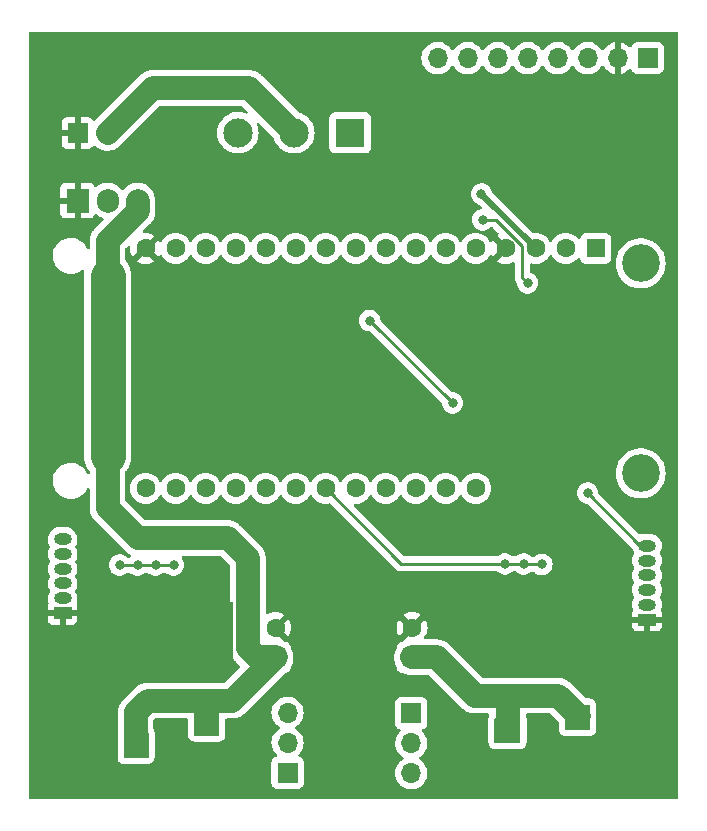
<source format=gbr>
%TF.GenerationSoftware,KiCad,Pcbnew,7.0.1*%
%TF.CreationDate,2023-04-02T16:12:04-04:00*%
%TF.ProjectId,board_v2,626f6172-645f-4763-922e-6b696361645f,rev?*%
%TF.SameCoordinates,Original*%
%TF.FileFunction,Copper,L2,Bot*%
%TF.FilePolarity,Positive*%
%FSLAX46Y46*%
G04 Gerber Fmt 4.6, Leading zero omitted, Abs format (unit mm)*
G04 Created by KiCad (PCBNEW 7.0.1) date 2023-04-02 16:12:04*
%MOMM*%
%LPD*%
G01*
G04 APERTURE LIST*
%TA.AperFunction,ComponentPad*%
%ADD10R,1.600000X1.600000*%
%TD*%
%TA.AperFunction,ComponentPad*%
%ADD11C,1.600000*%
%TD*%
%TA.AperFunction,ComponentPad*%
%ADD12R,1.500000X1.000000*%
%TD*%
%TA.AperFunction,ComponentPad*%
%ADD13O,1.500000X1.000000*%
%TD*%
%TA.AperFunction,ComponentPad*%
%ADD14R,1.700000X1.700000*%
%TD*%
%TA.AperFunction,ComponentPad*%
%ADD15O,1.700000X1.700000*%
%TD*%
%TA.AperFunction,ComponentPad*%
%ADD16C,0.500000*%
%TD*%
%TA.AperFunction,SMDPad,CuDef*%
%ADD17R,10.000000X6.000000*%
%TD*%
%TA.AperFunction,ComponentPad*%
%ADD18R,2.475000X2.475000*%
%TD*%
%TA.AperFunction,ComponentPad*%
%ADD19C,2.475000*%
%TD*%
%TA.AperFunction,WasherPad*%
%ADD20C,3.200000*%
%TD*%
%TA.AperFunction,ComponentPad*%
%ADD21R,1.905000X2.000000*%
%TD*%
%TA.AperFunction,ComponentPad*%
%ADD22O,1.905000X2.000000*%
%TD*%
%TA.AperFunction,ViaPad*%
%ADD23C,0.800000*%
%TD*%
%TA.AperFunction,Conductor*%
%ADD24C,0.500000*%
%TD*%
%TA.AperFunction,Conductor*%
%ADD25C,0.250000*%
%TD*%
%TA.AperFunction,Conductor*%
%ADD26C,2.000000*%
%TD*%
%TA.AperFunction,Conductor*%
%ADD27C,3.000000*%
%TD*%
G04 APERTURE END LIST*
D10*
%TO.P,C12,1*%
%TO.N,+BATT*%
X132459504Y-112965113D03*
D11*
%TO.P,C12,2*%
%TO.N,GND*%
X132459504Y-110465113D03*
%TD*%
D12*
%TO.P,J2,1,Pin_1*%
%TO.N,GND*%
X102870000Y-109220000D03*
D13*
%TO.P,J2,2,Pin_2*%
%TO.N,/SCL0*%
X102870000Y-107970000D03*
%TO.P,J2,3,Pin_3*%
%TO.N,/SDA0*%
X102870000Y-106720000D03*
%TO.P,J2,4,Pin_4*%
%TO.N,+3V3*%
X102870000Y-105470000D03*
%TO.P,J2,5,Pin_5*%
X102870000Y-104220000D03*
%TO.P,J2,6,Pin_6*%
%TO.N,/A2*%
X102870000Y-102970000D03*
%TD*%
D14*
%TO.P,U2,1,VCC*%
%TO.N,+3V3*%
X152400000Y-62230000D03*
D15*
%TO.P,U2,2,GND*%
%TO.N,GND*%
X149860000Y-62230000D03*
%TO.P,U2,3,SCL*%
%TO.N,/SCL1*%
X147320000Y-62230000D03*
%TO.P,U2,4,SDA*%
%TO.N,/SDA1*%
X144780000Y-62230000D03*
%TO.P,U2,5,XDA*%
%TO.N,unconnected-(U2-Pad5)*%
X142240000Y-62230000D03*
%TO.P,U2,6,XCL*%
%TO.N,unconnected-(U2-Pad6)*%
X139700000Y-62230000D03*
%TO.P,U2,7,ADD*%
%TO.N,unconnected-(U2-Pad7)*%
X137160000Y-62230000D03*
%TO.P,U2,8,INT*%
%TO.N,unconnected-(U2-Pad8)*%
X134620000Y-62230000D03*
%TD*%
D10*
%TO.P,C6,1*%
%TO.N,+BATT*%
X120904000Y-112965113D03*
D11*
%TO.P,C6,2*%
%TO.N,GND*%
X120904000Y-110465113D03*
%TD*%
D14*
%TO.P,J1,1,Pin_1*%
%TO.N,GND*%
X104140000Y-68580000D03*
D15*
%TO.P,J1,2,Pin_2*%
%TO.N,/Bat+ Raw*%
X106680000Y-68580000D03*
%TD*%
D14*
%TO.P,J4,1,Pin_1*%
%TO.N,/ml1*%
X132399215Y-117700478D03*
D15*
%TO.P,J4,2,Pin_2*%
%TO.N,/ml2*%
X132399215Y-120240478D03*
%TO.P,J4,3,Pin_3*%
%TO.N,/ml3*%
X132399215Y-122780478D03*
%TD*%
D12*
%TO.P,J3,1,Pin_1*%
%TO.N,GND*%
X152352665Y-109773443D03*
D13*
%TO.P,J3,2,Pin_2*%
%TO.N,/SCL1*%
X152352665Y-108523443D03*
%TO.P,J3,3,Pin_3*%
%TO.N,/SDA1*%
X152352665Y-107273443D03*
%TO.P,J3,4,Pin_4*%
%TO.N,+3V3*%
X152352665Y-106023443D03*
%TO.P,J3,5,Pin_5*%
X152352665Y-104773443D03*
%TO.P,J3,6,Pin_6*%
%TO.N,/A1*%
X152352665Y-103523443D03*
%TD*%
D16*
%TO.P,U5,29,TH_PAD*%
%TO.N,GND*%
X111018000Y-112502000D03*
X109768000Y-111252000D03*
X113518000Y-110002000D03*
X108518000Y-110002000D03*
X111018000Y-110002000D03*
X109768000Y-112502000D03*
X116018000Y-111252000D03*
X116018000Y-112502000D03*
X113518000Y-111252000D03*
X114768000Y-110002000D03*
X112268000Y-110002000D03*
X114768000Y-112502000D03*
X111018000Y-111252000D03*
X112268000Y-112502000D03*
X109768000Y-110002000D03*
X112268000Y-111252000D03*
X108518000Y-112502000D03*
X108518000Y-111252000D03*
X113518000Y-112502000D03*
X114768000Y-111252000D03*
X116018000Y-110002000D03*
D17*
X112268000Y-111252000D03*
%TD*%
D14*
%TO.P,J6,1,Pin_1*%
%TO.N,/mr1*%
X121920000Y-122738408D03*
D15*
%TO.P,J6,2,Pin_2*%
%TO.N,/mr2*%
X121920000Y-120198408D03*
%TO.P,J6,3,Pin_3*%
%TO.N,/mr3*%
X121920000Y-117658408D03*
%TD*%
D18*
%TO.P,SW1,1,A*%
%TO.N,/Bat+ Post Switch*%
X127215471Y-68548518D03*
D19*
%TO.P,SW1,2,B*%
%TO.N,/Bat+ Raw*%
X122465471Y-68548518D03*
%TO.P,SW1,3,C*%
%TO.N,unconnected-(SW1-Pad3)*%
X117715471Y-68548518D03*
%TD*%
D16*
%TO.P,U3,29,TH_PAD*%
%TO.N,GND*%
X147260000Y-111740000D03*
X144760000Y-110490000D03*
X142260000Y-109240000D03*
X143510000Y-111740000D03*
X139760000Y-110490000D03*
X147260000Y-109240000D03*
X142260000Y-110490000D03*
X146010000Y-110490000D03*
X147260000Y-110490000D03*
X143510000Y-109240000D03*
X144760000Y-111740000D03*
X141010000Y-109240000D03*
X139760000Y-109240000D03*
X139760000Y-111740000D03*
X141010000Y-111740000D03*
X146010000Y-109240000D03*
X146010000Y-111740000D03*
X143510000Y-110490000D03*
D17*
X143510000Y-110490000D03*
D16*
X144760000Y-109240000D03*
X141010000Y-110490000D03*
X142260000Y-111740000D03*
%TD*%
D20*
%TO.P,A1,*%
%TO.N,*%
X151823508Y-97393477D03*
X151823508Y-79613477D03*
D10*
%TO.P,A1,1,~{RESET}*%
%TO.N,unconnected-(A1-Pad1)*%
X148013508Y-78343477D03*
D11*
%TO.P,A1,2,3V3*%
%TO.N,+3V3*%
X145473508Y-78343477D03*
%TO.P,A1,3,AREF*%
X142933508Y-78343477D03*
%TO.P,A1,4,GND*%
%TO.N,GND*%
X140393508Y-78343477D03*
%TO.P,A1,5,DAC0/A0*%
%TO.N,unconnected-(A1-Pad5)*%
X137853508Y-78343477D03*
%TO.P,A1,6,A1*%
%TO.N,/A1*%
X135313508Y-78343477D03*
%TO.P,A1,7,A2*%
%TO.N,/A2*%
X132773508Y-78343477D03*
%TO.P,A1,8,A3*%
%TO.N,/A3*%
X130233508Y-78343477D03*
%TO.P,A1,9,A4*%
%TO.N,unconnected-(A1-Pad9)*%
X127693508Y-78343477D03*
%TO.P,A1,10,A5*%
%TO.N,unconnected-(A1-Pad10)*%
X125153508Y-78343477D03*
%TO.P,A1,11,SCK/D24*%
%TO.N,/D24*%
X122613508Y-78343477D03*
%TO.P,A1,12,MOSI/D23*%
%TO.N,/SCL1*%
X120073508Y-78343477D03*
%TO.P,A1,13,MISO/D22*%
%TO.N,/SDA1*%
X117533508Y-78343477D03*
%TO.P,A1,14,RX/D0*%
%TO.N,unconnected-(A1-Pad14)*%
X114993508Y-78343477D03*
%TO.P,A1,15,TX/D1*%
%TO.N,unconnected-(A1-Pad15)*%
X112453508Y-78343477D03*
%TO.P,A1,16,GND*%
%TO.N,GND*%
X109913508Y-78343477D03*
%TO.P,A1,17,SDA/D20*%
%TO.N,/SDA0*%
X109913508Y-98663477D03*
%TO.P,A1,18,SCL/D21*%
%TO.N,/SCL0*%
X112453508Y-98663477D03*
%TO.P,A1,19,D5*%
%TO.N,/D5*%
X114993508Y-98663477D03*
%TO.P,A1,20,D6*%
%TO.N,/D6*%
X117533508Y-98663477D03*
%TO.P,A1,21,D9*%
%TO.N,/D7*%
X120073508Y-98663477D03*
%TO.P,A1,22,D10*%
%TO.N,/D8*%
X122613508Y-98663477D03*
%TO.P,A1,23,D11*%
%TO.N,/D11*%
X125153508Y-98663477D03*
%TO.P,A1,24,D12*%
%TO.N,/D12*%
X127693508Y-98663477D03*
%TO.P,A1,25,D13*%
%TO.N,/D13*%
X130233508Y-98663477D03*
%TO.P,A1,26,USB*%
%TO.N,unconnected-(A1-Pad26)*%
X132773508Y-98663477D03*
%TO.P,A1,27,EN*%
%TO.N,unconnected-(A1-Pad27)*%
X135313508Y-98663477D03*
%TO.P,A1,28,VBAT*%
%TO.N,unconnected-(A1-Pad28)*%
X137853508Y-98663477D03*
%TD*%
D21*
%TO.P,U1,1,GND*%
%TO.N,GND*%
X104140000Y-74295000D03*
D22*
%TO.P,U1,2,Vout*%
%TO.N,+3V3*%
X106680000Y-74295000D03*
%TO.P,U1,3,Vin*%
%TO.N,+BATT*%
X109220000Y-74295000D03*
%TD*%
D23*
%TO.N,+3V3*%
X138340015Y-73749985D03*
%TO.N,GND*%
X126492000Y-80772000D03*
X112776000Y-89916000D03*
X138633322Y-83828599D03*
X149555200Y-115722400D03*
X107061000Y-119761000D03*
X137414000Y-118160800D03*
%TO.N,/A1*%
X147320000Y-99060000D03*
%TO.N,/D24*%
X135890000Y-91440000D03*
X128881545Y-84462887D03*
%TO.N,/SDA1*%
X142240000Y-81280000D03*
X138430000Y-75926914D03*
%TO.N,/D5*%
X110744000Y-105156000D03*
X107696000Y-105156000D03*
X112268000Y-105156000D03*
X109220000Y-105156000D03*
%TO.N,/D11*%
X140328646Y-105056895D03*
X141899054Y-105069054D03*
X143450452Y-105107530D03*
%TO.N,+BATT*%
X114438395Y-119148412D03*
X139903200Y-118516400D03*
X145846800Y-118668800D03*
X147116800Y-117398800D03*
X139903200Y-119786400D03*
X108458000Y-119761000D03*
X141173200Y-118516400D03*
X115708395Y-117878412D03*
X106680000Y-85852000D03*
X109728000Y-119761000D03*
X115708395Y-119148412D03*
X108458000Y-121031000D03*
X145846800Y-117398800D03*
X114438395Y-117878412D03*
X141173200Y-119786400D03*
X147116800Y-118668800D03*
X109728000Y-121031000D03*
%TD*%
D24*
%TO.N,+3V3*%
X142933508Y-78343477D02*
X138340015Y-73749985D01*
D25*
%TO.N,/A1*%
X152352665Y-103523443D02*
X151783443Y-103523443D01*
X151783443Y-103523443D02*
X147320000Y-99060000D01*
%TO.N,/D24*%
X128912887Y-84462887D02*
X135890000Y-91440000D01*
X128881545Y-84462887D02*
X128912887Y-84462887D01*
%TO.N,/SDA1*%
X139567245Y-75926914D02*
X141808997Y-78168666D01*
X141808997Y-78168666D02*
X141808997Y-80848997D01*
X138430000Y-75926914D02*
X139567245Y-75926914D01*
X141808997Y-80848997D02*
X142240000Y-81280000D01*
%TO.N,/D5*%
X107696000Y-105156000D02*
X109220000Y-105156000D01*
X109220000Y-105156000D02*
X110744000Y-105156000D01*
X110744000Y-105156000D02*
X112268000Y-105156000D01*
%TO.N,/D11*%
X131546926Y-105056895D02*
X125153508Y-98663477D01*
X141886895Y-105056895D02*
X141899054Y-105069054D01*
X141937530Y-105107530D02*
X141899054Y-105069054D01*
X143450452Y-105107530D02*
X141937530Y-105107530D01*
X140328646Y-105056895D02*
X141886895Y-105056895D01*
X140328646Y-105056895D02*
X131546926Y-105056895D01*
D26*
%TO.N,+BATT*%
X109058380Y-120447089D02*
X109055010Y-120450459D01*
X137795000Y-116205000D02*
X134555113Y-112965113D01*
X117239977Y-116629136D02*
X110065864Y-116629136D01*
X109058380Y-117636620D02*
X109058380Y-120447089D01*
X119315113Y-112965113D02*
X120904000Y-112965113D01*
X140589000Y-116205000D02*
X137795000Y-116205000D01*
X109220000Y-102870000D02*
X116840000Y-102870000D01*
D27*
X106680000Y-80645000D02*
X106680000Y-85852000D01*
D26*
X144805400Y-116205000D02*
X146558000Y-117957600D01*
X140589000Y-116205000D02*
X140589000Y-119049800D01*
X110065864Y-116629136D02*
X109058380Y-117636620D01*
X109220000Y-75184000D02*
X109220000Y-74295000D01*
X134555113Y-112965113D02*
X132459504Y-112965113D01*
X106680000Y-95885000D02*
X106680000Y-100330000D01*
X118567511Y-112217511D02*
X119315113Y-112965113D01*
X140589000Y-116205000D02*
X144805400Y-116205000D01*
D27*
X106680000Y-85852000D02*
X106680000Y-95885000D01*
D26*
X118567511Y-104597511D02*
X118567511Y-112217511D01*
X116840000Y-102870000D02*
X118567511Y-104597511D01*
X106680000Y-100330000D02*
X109220000Y-102870000D01*
X106680000Y-80645000D02*
X106680000Y-77724000D01*
X120904000Y-112965113D02*
X117239977Y-116629136D01*
X106680000Y-77724000D02*
X109220000Y-75184000D01*
%TO.N,/Bat+ Raw*%
X110490000Y-64770000D02*
X118686953Y-64770000D01*
X106680000Y-68580000D02*
X110490000Y-64770000D01*
X118686953Y-64770000D02*
X122465471Y-68548518D01*
%TD*%
%TA.AperFunction,Conductor*%
%TO.N,+BATT*%
G36*
X147512705Y-116976553D02*
G01*
X147530640Y-116994488D01*
X147537205Y-117018988D01*
X147537204Y-119065106D01*
X147522852Y-119099754D01*
X147488204Y-119114106D01*
X145475073Y-119114106D01*
X145450573Y-119107541D01*
X145432638Y-119089606D01*
X145426073Y-119065106D01*
X145426074Y-117018988D01*
X145440426Y-116984340D01*
X145475074Y-116969988D01*
X147488205Y-116969988D01*
X147512705Y-116976553D01*
G37*
%TD.AperFunction*%
%TD*%
%TA.AperFunction,Conductor*%
%TO.N,+BATT*%
G36*
X116104300Y-117456165D02*
G01*
X116122235Y-117474100D01*
X116128800Y-117498600D01*
X116128799Y-119544718D01*
X116114447Y-119579366D01*
X116079799Y-119593718D01*
X114066668Y-119593718D01*
X114042168Y-119587153D01*
X114024233Y-119569218D01*
X114017668Y-119544718D01*
X114017669Y-117498600D01*
X114032021Y-117463952D01*
X114066669Y-117449600D01*
X116079800Y-117449600D01*
X116104300Y-117456165D01*
G37*
%TD.AperFunction*%
%TD*%
%TA.AperFunction,Conductor*%
%TO.N,+BATT*%
G36*
X141628824Y-118118389D02*
G01*
X141643176Y-118153037D01*
X141643176Y-120174414D01*
X141628824Y-120209062D01*
X141594176Y-120223414D01*
X139490333Y-120223414D01*
X139455685Y-120209062D01*
X139441333Y-120174414D01*
X139441333Y-118153037D01*
X139455685Y-118118389D01*
X139490333Y-118104037D01*
X141594176Y-118104037D01*
X141628824Y-118118389D01*
G37*
%TD.AperFunction*%
%TD*%
%TA.AperFunction,Conductor*%
%TO.N,+BATT*%
G36*
X110123905Y-119338753D02*
G01*
X110141840Y-119356688D01*
X110148405Y-119381188D01*
X110148404Y-121427306D01*
X110134052Y-121461954D01*
X110099404Y-121476306D01*
X108086273Y-121476306D01*
X108061773Y-121469741D01*
X108043838Y-121451806D01*
X108037273Y-121427306D01*
X108037274Y-119381188D01*
X108051626Y-119346540D01*
X108086274Y-119332188D01*
X110099405Y-119332188D01*
X110123905Y-119338753D01*
G37*
%TD.AperFunction*%
%TD*%
%TA.AperFunction,Conductor*%
%TO.N,GND*%
G36*
X154936500Y-60017381D02*
G01*
X154982619Y-60063500D01*
X154999500Y-60126500D01*
X154999500Y-124873500D01*
X154982619Y-124936500D01*
X154936500Y-124982619D01*
X154873500Y-124999500D01*
X100126500Y-124999500D01*
X100063500Y-124982619D01*
X100017381Y-124936500D01*
X100000500Y-124873500D01*
X100000500Y-113188198D01*
X108185354Y-113188198D01*
X108187035Y-113189255D01*
X108348259Y-113245670D01*
X108518000Y-113264795D01*
X108687740Y-113245670D01*
X108848962Y-113189256D01*
X108850644Y-113188198D01*
X109435354Y-113188198D01*
X109437035Y-113189255D01*
X109598259Y-113245670D01*
X109768000Y-113264795D01*
X109937740Y-113245670D01*
X110098962Y-113189256D01*
X110100644Y-113188198D01*
X110685354Y-113188198D01*
X110687035Y-113189255D01*
X110848259Y-113245670D01*
X111018000Y-113264795D01*
X111187740Y-113245670D01*
X111348962Y-113189256D01*
X111350644Y-113188198D01*
X111935353Y-113188198D01*
X111937035Y-113189255D01*
X112098259Y-113245670D01*
X112268000Y-113264795D01*
X112437740Y-113245670D01*
X112598962Y-113189256D01*
X112600644Y-113188198D01*
X113185354Y-113188198D01*
X113187035Y-113189255D01*
X113348259Y-113245670D01*
X113518000Y-113264795D01*
X113687740Y-113245670D01*
X113848962Y-113189256D01*
X113850644Y-113188198D01*
X114435353Y-113188198D01*
X114437035Y-113189255D01*
X114598259Y-113245670D01*
X114768000Y-113264795D01*
X114937740Y-113245670D01*
X115098962Y-113189256D01*
X115100644Y-113188198D01*
X115685353Y-113188198D01*
X115687035Y-113189255D01*
X115848259Y-113245670D01*
X116018000Y-113264795D01*
X116187740Y-113245670D01*
X116348962Y-113189256D01*
X116350644Y-113188198D01*
X116350644Y-113188196D01*
X116018001Y-112855553D01*
X116018000Y-112855553D01*
X115685353Y-113188198D01*
X115100644Y-113188198D01*
X115100644Y-113188196D01*
X114768001Y-112855553D01*
X114768000Y-112855553D01*
X114435353Y-113188198D01*
X113850644Y-113188198D01*
X113850644Y-113188196D01*
X113518001Y-112855553D01*
X113518000Y-112855553D01*
X113185354Y-113188198D01*
X112600644Y-113188198D01*
X112600644Y-113188196D01*
X112268001Y-112855553D01*
X112268000Y-112855553D01*
X111935353Y-113188198D01*
X111350644Y-113188198D01*
X111350644Y-113188196D01*
X111018001Y-112855553D01*
X111018000Y-112855553D01*
X110685354Y-113188198D01*
X110100644Y-113188198D01*
X110100644Y-113188196D01*
X109768001Y-112855553D01*
X109768000Y-112855553D01*
X109435354Y-113188198D01*
X108850644Y-113188198D01*
X108850644Y-113188196D01*
X108518001Y-112855553D01*
X108518000Y-112855553D01*
X108185354Y-113188198D01*
X100000500Y-113188198D01*
X100000500Y-112502000D01*
X107755204Y-112502000D01*
X107774329Y-112671740D01*
X107830744Y-112832963D01*
X107831801Y-112834645D01*
X108164447Y-112502000D01*
X108164447Y-112501999D01*
X107831801Y-112169353D01*
X107830743Y-112171038D01*
X107774329Y-112332259D01*
X107755204Y-112502000D01*
X100000500Y-112502000D01*
X100000500Y-111877000D01*
X108246553Y-111877000D01*
X108518000Y-112148446D01*
X108518001Y-112148447D01*
X109142999Y-112773446D01*
X109678904Y-112237542D01*
X109735389Y-112204930D01*
X109800611Y-112204930D01*
X109857096Y-112237542D01*
X110393000Y-112773446D01*
X110928904Y-112237542D01*
X110985389Y-112204930D01*
X111050611Y-112204930D01*
X111107096Y-112237542D01*
X111643000Y-112773446D01*
X112178904Y-112237542D01*
X112235389Y-112204930D01*
X112300611Y-112204930D01*
X112357096Y-112237542D01*
X112893000Y-112773446D01*
X113428904Y-112237542D01*
X113485389Y-112204930D01*
X113550611Y-112204930D01*
X113607096Y-112237542D01*
X114143000Y-112773446D01*
X114678904Y-112237542D01*
X114735389Y-112204930D01*
X114800611Y-112204930D01*
X114857096Y-112237542D01*
X115393000Y-112773446D01*
X115664445Y-112502001D01*
X116371553Y-112502001D01*
X116704196Y-112834644D01*
X116704198Y-112834644D01*
X116705256Y-112832962D01*
X116761670Y-112671740D01*
X116780795Y-112502000D01*
X116761670Y-112332259D01*
X116705255Y-112171035D01*
X116704198Y-112169354D01*
X116371553Y-112502000D01*
X116371553Y-112502001D01*
X115664445Y-112502001D01*
X116018000Y-112148446D01*
X116289447Y-111877000D01*
X116289447Y-111876999D01*
X115753542Y-111341094D01*
X115720930Y-111284610D01*
X115720930Y-111252001D01*
X116371553Y-111252001D01*
X116704196Y-111584644D01*
X116704198Y-111584644D01*
X116705256Y-111582962D01*
X116761670Y-111421740D01*
X116780795Y-111251999D01*
X116761670Y-111082259D01*
X116705255Y-110921035D01*
X116704198Y-110919354D01*
X116371553Y-111252000D01*
X116371553Y-111252001D01*
X115720930Y-111252001D01*
X115720930Y-111219388D01*
X115753542Y-111162903D01*
X116018000Y-110898446D01*
X116289447Y-110627000D01*
X116018000Y-110355554D01*
X116017999Y-110355553D01*
X115664448Y-110002001D01*
X116371553Y-110002001D01*
X116704196Y-110334644D01*
X116704198Y-110334644D01*
X116705256Y-110332962D01*
X116761670Y-110171740D01*
X116780795Y-110002000D01*
X116761670Y-109832259D01*
X116705255Y-109671035D01*
X116704198Y-109669354D01*
X116371553Y-110002000D01*
X116371553Y-110002001D01*
X115664448Y-110002001D01*
X115393000Y-109730553D01*
X115392999Y-109730553D01*
X114857095Y-110266457D01*
X114800611Y-110299069D01*
X114735389Y-110299069D01*
X114678905Y-110266457D01*
X114143001Y-109730553D01*
X114142999Y-109730553D01*
X113607095Y-110266457D01*
X113550611Y-110299069D01*
X113485389Y-110299069D01*
X113428905Y-110266457D01*
X112893001Y-109730553D01*
X112892999Y-109730553D01*
X112357095Y-110266457D01*
X112300611Y-110299069D01*
X112235389Y-110299069D01*
X112178905Y-110266457D01*
X111643001Y-109730553D01*
X111642999Y-109730553D01*
X111107095Y-110266457D01*
X111050611Y-110299069D01*
X110985389Y-110299069D01*
X110928905Y-110266457D01*
X110393001Y-109730553D01*
X110392999Y-109730553D01*
X109857095Y-110266457D01*
X109800611Y-110299069D01*
X109735389Y-110299069D01*
X109678905Y-110266457D01*
X109143001Y-109730553D01*
X109143000Y-109730553D01*
X108518001Y-110355553D01*
X108518000Y-110355554D01*
X108246553Y-110627000D01*
X108518000Y-110898446D01*
X108518000Y-110898447D01*
X108782457Y-111162904D01*
X108815069Y-111219388D01*
X108815069Y-111284610D01*
X108782458Y-111341094D01*
X108246553Y-111877000D01*
X100000500Y-111877000D01*
X100000500Y-111251999D01*
X107755204Y-111251999D01*
X107774329Y-111421740D01*
X107830744Y-111582963D01*
X107831801Y-111584645D01*
X108164447Y-111252000D01*
X108164447Y-111251999D01*
X107831801Y-110919353D01*
X107830743Y-110921038D01*
X107774329Y-111082259D01*
X107755204Y-111251999D01*
X100000500Y-111251999D01*
X100000500Y-109474000D01*
X101612000Y-109474000D01*
X101612000Y-109768589D01*
X101618505Y-109829093D01*
X101669554Y-109965962D01*
X101757095Y-110082904D01*
X101874037Y-110170445D01*
X102010906Y-110221494D01*
X102071411Y-110228000D01*
X102616000Y-110228000D01*
X102616000Y-109474000D01*
X103124000Y-109474000D01*
X103124000Y-110228000D01*
X103668589Y-110228000D01*
X103729093Y-110221494D01*
X103865962Y-110170445D01*
X103982904Y-110082904D01*
X104043468Y-110002000D01*
X107755204Y-110002000D01*
X107774329Y-110171740D01*
X107830744Y-110332963D01*
X107831801Y-110334645D01*
X108164447Y-110002000D01*
X108164447Y-110001999D01*
X107831801Y-109669353D01*
X107830743Y-109671038D01*
X107774329Y-109832259D01*
X107755204Y-110002000D01*
X104043468Y-110002000D01*
X104070445Y-109965962D01*
X104121494Y-109829093D01*
X104128000Y-109768589D01*
X104128000Y-109474000D01*
X103124000Y-109474000D01*
X102616000Y-109474000D01*
X101612000Y-109474000D01*
X100000500Y-109474000D01*
X100000500Y-109315801D01*
X108185353Y-109315801D01*
X108517999Y-109648447D01*
X108518000Y-109648447D01*
X108850645Y-109315801D01*
X109435353Y-109315801D01*
X109767999Y-109648447D01*
X109768000Y-109648447D01*
X110100645Y-109315801D01*
X110685353Y-109315801D01*
X111017999Y-109648447D01*
X111018000Y-109648447D01*
X111350645Y-109315801D01*
X111935353Y-109315801D01*
X112267999Y-109648447D01*
X112268000Y-109648447D01*
X112600645Y-109315801D01*
X113185353Y-109315801D01*
X113517999Y-109648447D01*
X113518000Y-109648447D01*
X113850645Y-109315801D01*
X114435353Y-109315801D01*
X114767999Y-109648447D01*
X114768000Y-109648447D01*
X115100645Y-109315801D01*
X115685353Y-109315801D01*
X116017999Y-109648447D01*
X116018000Y-109648447D01*
X116350645Y-109315801D01*
X116348963Y-109314744D01*
X116187740Y-109258329D01*
X116018000Y-109239204D01*
X115848259Y-109258329D01*
X115687038Y-109314743D01*
X115685353Y-109315801D01*
X115100645Y-109315801D01*
X115098963Y-109314744D01*
X114937740Y-109258329D01*
X114768000Y-109239204D01*
X114598259Y-109258329D01*
X114437038Y-109314743D01*
X114435353Y-109315801D01*
X113850645Y-109315801D01*
X113848963Y-109314744D01*
X113687740Y-109258329D01*
X113518000Y-109239204D01*
X113348259Y-109258329D01*
X113187038Y-109314743D01*
X113185353Y-109315801D01*
X112600645Y-109315801D01*
X112598963Y-109314744D01*
X112437740Y-109258329D01*
X112268000Y-109239204D01*
X112098259Y-109258329D01*
X111937038Y-109314743D01*
X111935353Y-109315801D01*
X111350645Y-109315801D01*
X111348963Y-109314744D01*
X111187740Y-109258329D01*
X111018000Y-109239204D01*
X110848259Y-109258329D01*
X110687038Y-109314743D01*
X110685353Y-109315801D01*
X110100645Y-109315801D01*
X110098963Y-109314744D01*
X109937740Y-109258329D01*
X109768000Y-109239204D01*
X109598259Y-109258329D01*
X109437038Y-109314743D01*
X109435353Y-109315801D01*
X108850645Y-109315801D01*
X108848963Y-109314744D01*
X108687740Y-109258329D01*
X108518000Y-109239204D01*
X108348259Y-109258329D01*
X108187038Y-109314743D01*
X108185353Y-109315801D01*
X100000500Y-109315801D01*
X100000500Y-107969999D01*
X101606619Y-107969999D01*
X101626091Y-108167696D01*
X101626091Y-108167698D01*
X101626092Y-108167701D01*
X101674033Y-108325741D01*
X101686241Y-108365985D01*
X101689764Y-108424374D01*
X101675659Y-108456980D01*
X101675885Y-108457064D01*
X101618505Y-108610906D01*
X101612000Y-108671411D01*
X101612000Y-108966000D01*
X102437352Y-108966000D01*
X102449701Y-108966606D01*
X102469460Y-108968553D01*
X102570451Y-108978500D01*
X102570453Y-108978500D01*
X103169547Y-108978500D01*
X103169549Y-108978500D01*
X103270540Y-108968553D01*
X103290298Y-108966606D01*
X103302648Y-108966000D01*
X104128000Y-108966000D01*
X104128000Y-108671411D01*
X104121494Y-108610906D01*
X104064115Y-108457064D01*
X104064340Y-108456979D01*
X104050237Y-108424381D01*
X104053759Y-108365986D01*
X104113908Y-108167701D01*
X104133380Y-107969999D01*
X104113908Y-107772298D01*
X104056241Y-107582197D01*
X104056241Y-107582196D01*
X103962595Y-107406996D01*
X103962594Y-107406995D01*
X103961205Y-107404396D01*
X103946327Y-107345000D01*
X103961205Y-107285604D01*
X103967705Y-107273443D01*
X104056241Y-107107804D01*
X104113908Y-106917701D01*
X104133380Y-106720000D01*
X104113908Y-106522299D01*
X104056241Y-106332196D01*
X103962595Y-106156996D01*
X103962594Y-106156995D01*
X103961205Y-106154396D01*
X103946327Y-106095000D01*
X103961205Y-106035604D01*
X103967706Y-106023442D01*
X104056241Y-105857804D01*
X104113908Y-105667701D01*
X104133380Y-105470000D01*
X104132780Y-105463913D01*
X104113908Y-105272298D01*
X104063926Y-105107530D01*
X104056241Y-105082196D01*
X103962595Y-104906996D01*
X103962594Y-104906995D01*
X103961205Y-104904396D01*
X103946327Y-104845000D01*
X103961205Y-104785604D01*
X103967705Y-104773443D01*
X104056241Y-104607804D01*
X104113908Y-104417701D01*
X104133380Y-104220000D01*
X104126332Y-104148443D01*
X104113908Y-104022298D01*
X104063314Y-103855514D01*
X104056241Y-103832196D01*
X103962595Y-103656996D01*
X103962594Y-103656995D01*
X103961205Y-103654396D01*
X103946327Y-103595000D01*
X103961205Y-103535604D01*
X103977009Y-103506037D01*
X104056241Y-103357804D01*
X104113908Y-103167701D01*
X104133380Y-102970000D01*
X104117313Y-102806875D01*
X104113908Y-102772298D01*
X104085074Y-102677247D01*
X104056241Y-102582196D01*
X103962595Y-102406996D01*
X103962593Y-102406992D01*
X103836568Y-102253431D01*
X103683007Y-102127406D01*
X103507802Y-102033758D01*
X103317701Y-101976091D01*
X103169550Y-101961500D01*
X103169547Y-101961500D01*
X102570453Y-101961500D01*
X102570450Y-101961500D01*
X102422298Y-101976091D01*
X102232197Y-102033758D01*
X102056992Y-102127406D01*
X101903431Y-102253431D01*
X101777406Y-102406992D01*
X101683758Y-102582197D01*
X101626091Y-102772298D01*
X101606619Y-102969999D01*
X101626091Y-103167701D01*
X101674033Y-103325742D01*
X101683759Y-103357804D01*
X101749661Y-103481099D01*
X101778795Y-103535604D01*
X101793673Y-103595000D01*
X101778795Y-103654396D01*
X101777405Y-103656995D01*
X101777405Y-103656996D01*
X101760650Y-103688343D01*
X101683758Y-103832197D01*
X101626091Y-104022298D01*
X101606619Y-104220000D01*
X101626091Y-104417701D01*
X101683758Y-104607802D01*
X101778795Y-104785604D01*
X101793673Y-104845000D01*
X101778795Y-104904396D01*
X101683758Y-105082197D01*
X101626091Y-105272298D01*
X101606619Y-105469999D01*
X101626091Y-105667701D01*
X101680788Y-105848011D01*
X101683759Y-105857804D01*
X101747766Y-105977554D01*
X101778795Y-106035604D01*
X101793673Y-106095000D01*
X101778795Y-106154396D01*
X101683758Y-106332197D01*
X101626091Y-106522298D01*
X101606619Y-106720000D01*
X101626091Y-106917701D01*
X101674033Y-107075741D01*
X101683759Y-107107804D01*
X101777405Y-107283004D01*
X101777407Y-107283006D01*
X101778795Y-107285603D01*
X101793673Y-107344999D01*
X101778795Y-107404395D01*
X101683758Y-107582197D01*
X101626091Y-107772298D01*
X101606619Y-107969999D01*
X100000500Y-107969999D01*
X100000500Y-98089904D01*
X102039298Y-98089904D01*
X102068888Y-98333605D01*
X102123764Y-98523056D01*
X102137190Y-98569408D01*
X102195168Y-98691593D01*
X102242432Y-98791200D01*
X102381887Y-98993237D01*
X102461310Y-99075925D01*
X102551950Y-99170290D01*
X102748209Y-99317770D01*
X102778061Y-99333437D01*
X102965579Y-99431855D01*
X102965582Y-99431856D01*
X102965584Y-99431857D01*
X103057971Y-99462700D01*
X103198448Y-99509598D01*
X103440759Y-99548977D01*
X103440761Y-99548977D01*
X103624788Y-99548977D01*
X103624793Y-99548977D01*
X103716497Y-99541573D01*
X103808207Y-99534170D01*
X104046568Y-99475419D01*
X104272419Y-99379193D01*
X104479908Y-99247985D01*
X104663664Y-99085191D01*
X104818926Y-98895030D01*
X104936380Y-98691593D01*
X104982500Y-98645474D01*
X105045500Y-98628593D01*
X105108500Y-98645474D01*
X105154619Y-98691593D01*
X105171500Y-98754593D01*
X105171500Y-100313543D01*
X105171474Y-100316081D01*
X105169352Y-100421376D01*
X105179523Y-100493048D01*
X105180364Y-100500611D01*
X105186189Y-100572769D01*
X105195624Y-100611051D01*
X105198035Y-100623494D01*
X105203573Y-100662517D01*
X105215341Y-100700280D01*
X105225108Y-100731626D01*
X105227147Y-100738940D01*
X105244476Y-100809244D01*
X105244477Y-100809248D01*
X105258363Y-100841841D01*
X105259929Y-100845515D01*
X105264305Y-100857415D01*
X105276032Y-100895046D01*
X105308370Y-100959799D01*
X105311563Y-100966705D01*
X105339944Y-101033316D01*
X105361014Y-101066635D01*
X105367244Y-101077682D01*
X105384854Y-101112943D01*
X105427164Y-101171673D01*
X105431424Y-101177980D01*
X105470117Y-101239168D01*
X105496265Y-101268684D01*
X105504179Y-101278579D01*
X105527216Y-101310557D01*
X105527218Y-101310559D01*
X105527219Y-101310560D01*
X105578400Y-101361741D01*
X105583601Y-101367266D01*
X105631625Y-101421474D01*
X105662182Y-101446422D01*
X105671577Y-101454918D01*
X108141673Y-103925014D01*
X108143402Y-103926777D01*
X108216425Y-104002802D01*
X108216426Y-104002803D01*
X108274287Y-104046282D01*
X108280232Y-104051037D01*
X108309759Y-104076153D01*
X108335379Y-104097946D01*
X108369122Y-104118344D01*
X108379628Y-104125441D01*
X108411131Y-104149115D01*
X108411135Y-104149117D01*
X108475241Y-104182762D01*
X108481837Y-104186482D01*
X108537282Y-104220000D01*
X108543811Y-104223947D01*
X108580381Y-104238665D01*
X108591891Y-104243986D01*
X108608371Y-104252635D01*
X108655212Y-104295152D01*
X108675487Y-104355074D01*
X108664085Y-104417297D01*
X108623881Y-104466138D01*
X108608746Y-104477134D01*
X108605435Y-104480812D01*
X108563048Y-104511607D01*
X108511800Y-104522500D01*
X108404200Y-104522500D01*
X108352952Y-104511607D01*
X108310565Y-104480812D01*
X108307253Y-104477133D01*
X108181321Y-104385639D01*
X108152752Y-104364882D01*
X107978288Y-104287206D01*
X107791487Y-104247500D01*
X107600513Y-104247500D01*
X107475979Y-104273970D01*
X107413711Y-104287206D01*
X107239246Y-104364883D01*
X107084747Y-104477133D01*
X106956958Y-104619057D01*
X106861472Y-104784443D01*
X106802458Y-104966070D01*
X106802457Y-104966072D01*
X106802458Y-104966072D01*
X106782496Y-105156000D01*
X106785591Y-105185447D01*
X106802458Y-105345929D01*
X106861472Y-105527556D01*
X106956958Y-105692942D01*
X107010065Y-105751923D01*
X107084747Y-105834866D01*
X107239248Y-105947118D01*
X107413712Y-106024794D01*
X107600513Y-106064500D01*
X107791485Y-106064500D01*
X107791487Y-106064500D01*
X107978288Y-106024794D01*
X108152752Y-105947118D01*
X108307253Y-105834866D01*
X108310564Y-105831188D01*
X108352952Y-105800393D01*
X108404200Y-105789500D01*
X108511800Y-105789500D01*
X108563048Y-105800393D01*
X108605435Y-105831188D01*
X108608746Y-105834866D01*
X108696532Y-105898646D01*
X108763248Y-105947118D01*
X108937712Y-106024794D01*
X109124513Y-106064500D01*
X109315485Y-106064500D01*
X109315487Y-106064500D01*
X109502288Y-106024794D01*
X109676752Y-105947118D01*
X109831253Y-105834866D01*
X109834564Y-105831188D01*
X109876952Y-105800393D01*
X109928200Y-105789500D01*
X110035800Y-105789500D01*
X110087048Y-105800393D01*
X110129435Y-105831188D01*
X110132746Y-105834866D01*
X110220532Y-105898646D01*
X110287248Y-105947118D01*
X110461712Y-106024794D01*
X110648513Y-106064500D01*
X110839485Y-106064500D01*
X110839487Y-106064500D01*
X111026288Y-106024794D01*
X111200752Y-105947118D01*
X111355253Y-105834866D01*
X111358564Y-105831188D01*
X111400952Y-105800393D01*
X111452200Y-105789500D01*
X111559800Y-105789500D01*
X111611048Y-105800393D01*
X111653435Y-105831188D01*
X111656746Y-105834866D01*
X111744532Y-105898646D01*
X111811248Y-105947118D01*
X111985712Y-106024794D01*
X112172513Y-106064500D01*
X112363485Y-106064500D01*
X112363487Y-106064500D01*
X112550288Y-106024794D01*
X112724752Y-105947118D01*
X112879253Y-105834866D01*
X113007040Y-105692944D01*
X113102527Y-105527556D01*
X113161542Y-105345928D01*
X113181504Y-105156000D01*
X113161542Y-104966072D01*
X113102527Y-104784444D01*
X113102527Y-104784443D01*
X113007041Y-104619057D01*
X112979807Y-104588811D01*
X112952085Y-104538385D01*
X112949675Y-104480890D01*
X112973080Y-104428321D01*
X113017419Y-104391640D01*
X113073443Y-104378500D01*
X116162969Y-104378500D01*
X116211187Y-104388091D01*
X116252064Y-104415405D01*
X117022106Y-105185447D01*
X117049420Y-105226324D01*
X117059011Y-105274542D01*
X117059011Y-112201054D01*
X117058985Y-112203592D01*
X117056863Y-112308887D01*
X117067034Y-112380559D01*
X117067875Y-112388122D01*
X117073700Y-112460280D01*
X117083135Y-112498562D01*
X117085546Y-112511005D01*
X117091084Y-112550028D01*
X117102852Y-112587791D01*
X117112619Y-112619137D01*
X117114658Y-112626451D01*
X117129375Y-112686158D01*
X117131988Y-112696759D01*
X117145874Y-112729352D01*
X117147440Y-112733026D01*
X117151816Y-112744926D01*
X117163543Y-112782557D01*
X117195881Y-112847310D01*
X117199074Y-112854216D01*
X117227455Y-112920827D01*
X117248525Y-112954146D01*
X117254755Y-112965193D01*
X117272365Y-113000454D01*
X117314675Y-113059184D01*
X117318935Y-113065491D01*
X117357628Y-113126679D01*
X117383776Y-113156195D01*
X117391690Y-113166090D01*
X117414727Y-113198068D01*
X117414729Y-113198070D01*
X117414730Y-113198071D01*
X117465912Y-113249253D01*
X117471113Y-113254778D01*
X117519136Y-113308985D01*
X117549686Y-113333928D01*
X117559083Y-113342424D01*
X117887119Y-113670461D01*
X117919730Y-113726945D01*
X117919730Y-113792167D01*
X117887118Y-113848651D01*
X116652037Y-115083733D01*
X116611163Y-115111045D01*
X116562945Y-115120636D01*
X110082321Y-115120636D01*
X110079783Y-115120610D01*
X109974487Y-115118488D01*
X109902812Y-115128659D01*
X109895251Y-115129500D01*
X109823099Y-115135325D01*
X109784821Y-115144759D01*
X109772378Y-115147169D01*
X109733343Y-115152709D01*
X109664233Y-115174244D01*
X109656905Y-115176287D01*
X109586615Y-115193613D01*
X109550343Y-115209066D01*
X109538450Y-115213440D01*
X109500817Y-115225168D01*
X109436053Y-115257511D01*
X109429151Y-115260701D01*
X109362548Y-115289079D01*
X109329232Y-115310147D01*
X109318191Y-115316374D01*
X109282923Y-115333988D01*
X109224187Y-115376301D01*
X109217883Y-115380559D01*
X109156694Y-115419253D01*
X109127178Y-115445400D01*
X109117286Y-115453312D01*
X109085306Y-115476352D01*
X109034125Y-115527532D01*
X109028587Y-115532745D01*
X108974390Y-115580760D01*
X108949455Y-115611300D01*
X108940951Y-115620706D01*
X108003338Y-116558318D01*
X108001528Y-116560092D01*
X107925578Y-116633044D01*
X107882098Y-116690905D01*
X107877346Y-116696846D01*
X107830435Y-116751997D01*
X107810040Y-116785735D01*
X107802944Y-116796239D01*
X107779263Y-116827755D01*
X107779261Y-116827757D01*
X107779262Y-116827757D01*
X107745629Y-116891836D01*
X107741893Y-116898460D01*
X107704432Y-116960430D01*
X107689710Y-116997009D01*
X107684391Y-117008516D01*
X107666077Y-117043411D01*
X107643150Y-117112082D01*
X107640525Y-117119220D01*
X107613496Y-117186381D01*
X107604834Y-117224839D01*
X107601430Y-117237049D01*
X107588948Y-117274438D01*
X107577337Y-117345887D01*
X107575890Y-117353360D01*
X107559984Y-117423982D01*
X107557604Y-117463335D01*
X107556202Y-117475937D01*
X107549880Y-117514839D01*
X107549880Y-117587217D01*
X107549650Y-117594825D01*
X107545278Y-117667094D01*
X107549242Y-117706329D01*
X107549880Y-117718994D01*
X107549880Y-119208785D01*
X107544454Y-119245362D01*
X107533640Y-119281007D01*
X107523773Y-119381184D01*
X107523773Y-121427306D01*
X107541271Y-121560217D01*
X107547835Y-121584713D01*
X107599134Y-121708557D01*
X107680739Y-121814906D01*
X107698672Y-121832839D01*
X107707705Y-121839770D01*
X107805021Y-121914444D01*
X107928865Y-121965743D01*
X107953365Y-121972308D01*
X108086273Y-121989806D01*
X110099404Y-121989806D01*
X110099407Y-121989806D01*
X110174539Y-121982405D01*
X110199585Y-121979939D01*
X110295916Y-121950717D01*
X110330564Y-121936365D01*
X110446652Y-121869340D01*
X110541438Y-121774554D01*
X110608463Y-121658466D01*
X110622815Y-121623818D01*
X110652037Y-121527487D01*
X110661904Y-121427306D01*
X110661905Y-120198408D01*
X120556844Y-120198408D01*
X120575436Y-120422776D01*
X120575436Y-120422779D01*
X120575437Y-120422780D01*
X120630702Y-120641019D01*
X120630703Y-120641022D01*
X120630704Y-120641024D01*
X120649324Y-120683473D01*
X120721139Y-120847198D01*
X120844278Y-121035676D01*
X120987475Y-121191228D01*
X121016712Y-121244832D01*
X121017315Y-121305888D01*
X120989141Y-121360058D01*
X120938808Y-121394621D01*
X120912972Y-121404257D01*
X120823793Y-121437519D01*
X120706738Y-121525146D01*
X120619111Y-121642202D01*
X120568011Y-121779207D01*
X120561500Y-121839770D01*
X120561500Y-123637046D01*
X120568011Y-123697608D01*
X120619111Y-123834613D01*
X120706738Y-123951669D01*
X120823794Y-124039296D01*
X120823795Y-124039296D01*
X120823796Y-124039297D01*
X120960799Y-124090397D01*
X121021362Y-124096908D01*
X122818638Y-124096908D01*
X122879201Y-124090397D01*
X123016204Y-124039297D01*
X123133261Y-123951669D01*
X123220889Y-123834612D01*
X123271989Y-123697609D01*
X123278500Y-123637046D01*
X123278500Y-122780478D01*
X131036059Y-122780478D01*
X131054651Y-123004846D01*
X131054651Y-123004849D01*
X131054652Y-123004850D01*
X131109917Y-123223089D01*
X131200354Y-123429268D01*
X131323493Y-123617746D01*
X131475977Y-123783386D01*
X131541793Y-123834613D01*
X131653639Y-123921667D01*
X131851641Y-124028820D01*
X132064580Y-124101922D01*
X132286646Y-124138978D01*
X132511781Y-124138978D01*
X132511784Y-124138978D01*
X132733850Y-124101922D01*
X132946789Y-124028820D01*
X133144791Y-123921667D01*
X133322455Y-123783384D01*
X133474937Y-123617746D01*
X133598075Y-123429269D01*
X133688511Y-123223094D01*
X133743779Y-123004846D01*
X133762371Y-122780478D01*
X133743779Y-122556110D01*
X133688511Y-122337862D01*
X133598075Y-122131687D01*
X133474937Y-121943210D01*
X133322455Y-121777572D01*
X133322454Y-121777571D01*
X133322452Y-121777569D01*
X133144794Y-121639291D01*
X133144792Y-121639290D01*
X133144791Y-121639289D01*
X133111532Y-121621290D01*
X133063262Y-121574976D01*
X133045503Y-121510478D01*
X133063262Y-121445980D01*
X133111532Y-121399665D01*
X133144791Y-121381667D01*
X133322455Y-121243384D01*
X133474937Y-121077746D01*
X133598075Y-120889269D01*
X133688511Y-120683094D01*
X133743779Y-120464846D01*
X133762371Y-120240478D01*
X133743779Y-120016110D01*
X133688511Y-119797862D01*
X133598075Y-119591687D01*
X133474937Y-119403210D01*
X133331738Y-119247656D01*
X133302502Y-119194053D01*
X133301899Y-119132997D01*
X133330074Y-119078826D01*
X133380403Y-119044265D01*
X133495419Y-119001367D01*
X133612476Y-118913739D01*
X133700104Y-118796682D01*
X133751204Y-118659679D01*
X133757715Y-118599116D01*
X133757715Y-116801840D01*
X133751204Y-116741277D01*
X133700104Y-116604274D01*
X133665702Y-116558318D01*
X133612476Y-116487216D01*
X133495420Y-116399589D01*
X133426917Y-116374038D01*
X133358416Y-116348489D01*
X133297853Y-116341978D01*
X131500577Y-116341978D01*
X131440014Y-116348489D01*
X131303009Y-116399589D01*
X131185953Y-116487216D01*
X131098326Y-116604272D01*
X131047226Y-116741277D01*
X131040715Y-116801840D01*
X131040715Y-118599116D01*
X131047226Y-118659678D01*
X131098326Y-118796683D01*
X131185953Y-118913739D01*
X131303009Y-119001366D01*
X131303010Y-119001366D01*
X131303011Y-119001367D01*
X131418024Y-119044265D01*
X131468355Y-119078826D01*
X131496530Y-119132997D01*
X131495927Y-119194052D01*
X131466690Y-119247656D01*
X131323496Y-119403206D01*
X131200354Y-119591687D01*
X131109917Y-119797866D01*
X131062086Y-119986750D01*
X131054651Y-120016110D01*
X131036059Y-120240478D01*
X131054651Y-120464846D01*
X131054651Y-120464849D01*
X131054652Y-120464850D01*
X131109917Y-120683089D01*
X131200354Y-120889268D01*
X131200355Y-120889269D01*
X131323493Y-121077746D01*
X131437246Y-121201314D01*
X131475977Y-121243386D01*
X131653633Y-121381663D01*
X131653635Y-121381664D01*
X131653639Y-121381667D01*
X131686897Y-121399665D01*
X131735167Y-121445981D01*
X131752926Y-121510478D01*
X131735167Y-121574975D01*
X131686897Y-121621290D01*
X131662009Y-121634759D01*
X131653633Y-121639292D01*
X131475977Y-121777569D01*
X131323493Y-121943209D01*
X131200354Y-122131687D01*
X131109917Y-122337866D01*
X131054652Y-122556105D01*
X131054651Y-122556110D01*
X131036059Y-122780478D01*
X123278500Y-122780478D01*
X123278500Y-121839770D01*
X123271989Y-121779207D01*
X123220889Y-121642204D01*
X123220888Y-121642202D01*
X123133261Y-121525146D01*
X123016205Y-121437519D01*
X122954670Y-121414567D01*
X122901191Y-121394621D01*
X122850858Y-121360058D01*
X122822684Y-121305888D01*
X122823287Y-121244832D01*
X122852522Y-121191230D01*
X122995722Y-121035676D01*
X123118860Y-120847199D01*
X123209296Y-120641024D01*
X123264564Y-120422776D01*
X123283156Y-120198408D01*
X123264564Y-119974040D01*
X123209296Y-119755792D01*
X123118860Y-119549617D01*
X122995722Y-119361140D01*
X122843240Y-119195502D01*
X122843239Y-119195501D01*
X122843237Y-119195499D01*
X122665579Y-119057221D01*
X122665577Y-119057220D01*
X122665576Y-119057219D01*
X122632317Y-119039220D01*
X122584047Y-118992906D01*
X122566288Y-118928408D01*
X122584047Y-118863910D01*
X122632317Y-118817595D01*
X122665576Y-118799597D01*
X122843240Y-118661314D01*
X122995722Y-118495676D01*
X123118860Y-118307199D01*
X123209296Y-118101024D01*
X123264564Y-117882776D01*
X123283156Y-117658408D01*
X123264564Y-117434040D01*
X123209296Y-117215792D01*
X123118860Y-117009617D01*
X122995722Y-116821140D01*
X122843240Y-116655502D01*
X122843239Y-116655501D01*
X122843237Y-116655499D01*
X122665578Y-116517220D01*
X122467573Y-116410065D01*
X122269240Y-116341978D01*
X122254635Y-116336964D01*
X122032569Y-116299908D01*
X121807431Y-116299908D01*
X121585365Y-116336964D01*
X121585362Y-116336964D01*
X121585362Y-116336965D01*
X121372426Y-116410065D01*
X121174421Y-116517220D01*
X120996762Y-116655499D01*
X120844278Y-116821139D01*
X120721139Y-117009617D01*
X120630702Y-117215796D01*
X120587591Y-117386040D01*
X120575436Y-117434040D01*
X120556844Y-117658408D01*
X120575436Y-117882776D01*
X120575436Y-117882779D01*
X120575437Y-117882780D01*
X120630702Y-118101019D01*
X120630703Y-118101022D01*
X120630704Y-118101024D01*
X120635515Y-118111991D01*
X120721139Y-118307198D01*
X120844278Y-118495676D01*
X120996762Y-118661316D01*
X121174418Y-118799593D01*
X121174420Y-118799594D01*
X121174424Y-118799597D01*
X121207682Y-118817595D01*
X121255952Y-118863911D01*
X121273711Y-118928408D01*
X121255952Y-118992905D01*
X121207682Y-119039220D01*
X121183205Y-119052467D01*
X121174418Y-119057222D01*
X120996762Y-119195499D01*
X120844278Y-119361139D01*
X120721139Y-119549617D01*
X120630702Y-119755796D01*
X120586001Y-119932318D01*
X120575436Y-119974040D01*
X120556844Y-120198408D01*
X110661905Y-120198408D01*
X110661905Y-119381188D01*
X110644407Y-119248280D01*
X110637842Y-119223780D01*
X110586543Y-119099936D01*
X110586542Y-119099935D01*
X110580195Y-119084611D01*
X110580269Y-119084580D01*
X110573567Y-119072041D01*
X110566880Y-119031540D01*
X110566880Y-118313651D01*
X110576471Y-118265433D01*
X110603785Y-118224556D01*
X110653800Y-118174541D01*
X110694677Y-118147227D01*
X110742895Y-118137636D01*
X113378169Y-118137636D01*
X113441169Y-118154517D01*
X113487288Y-118200636D01*
X113504168Y-118263635D01*
X113504168Y-118906750D01*
X113504168Y-119544718D01*
X113521666Y-119677629D01*
X113528230Y-119702125D01*
X113579529Y-119825969D01*
X113661134Y-119932318D01*
X113679067Y-119950251D01*
X113726633Y-119986750D01*
X113785416Y-120031856D01*
X113909260Y-120083155D01*
X113933760Y-120089720D01*
X114066668Y-120107218D01*
X116079799Y-120107218D01*
X116079802Y-120107218D01*
X116154934Y-120099817D01*
X116179980Y-120097351D01*
X116276311Y-120068129D01*
X116310959Y-120053777D01*
X116427047Y-119986752D01*
X116521833Y-119891966D01*
X116588858Y-119775878D01*
X116603210Y-119741230D01*
X116632432Y-119644899D01*
X116641558Y-119552244D01*
X116642299Y-119544721D01*
X116642300Y-118263636D01*
X116659181Y-118200636D01*
X116705300Y-118154517D01*
X116768300Y-118137636D01*
X117223520Y-118137636D01*
X117226058Y-118137662D01*
X117331351Y-118139783D01*
X117331351Y-118139782D01*
X117331354Y-118139783D01*
X117403014Y-118129612D01*
X117410579Y-118128772D01*
X117482738Y-118122947D01*
X117482740Y-118122946D01*
X117482745Y-118122946D01*
X117521050Y-118113504D01*
X117533447Y-118111102D01*
X117572495Y-118105562D01*
X117641596Y-118084028D01*
X117648912Y-118081988D01*
X117719225Y-118064659D01*
X117755507Y-118049199D01*
X117767388Y-118044830D01*
X117805025Y-118033103D01*
X117869780Y-118000762D01*
X117876675Y-117997574D01*
X117943293Y-117969192D01*
X117976615Y-117948118D01*
X117987637Y-117941901D01*
X118022920Y-117924282D01*
X118081669Y-117881956D01*
X118087953Y-117877713D01*
X118149145Y-117839019D01*
X118178662Y-117812868D01*
X118188556Y-117804955D01*
X118220537Y-117781917D01*
X118271733Y-117730719D01*
X118277224Y-117725550D01*
X118331451Y-117677511D01*
X118356390Y-117646963D01*
X118364887Y-117637565D01*
X121694546Y-114307908D01*
X121729258Y-114283345D01*
X121770167Y-114271728D01*
X121813201Y-114267102D01*
X121950204Y-114216002D01*
X122067261Y-114128374D01*
X122154889Y-114011317D01*
X122205989Y-113874314D01*
X122212500Y-113813751D01*
X122212500Y-113751607D01*
X122230672Y-113686422D01*
X122257948Y-113641302D01*
X122260328Y-113635387D01*
X122268105Y-113619413D01*
X122271289Y-113613900D01*
X122308671Y-113515327D01*
X122309516Y-113513165D01*
X122348882Y-113415356D01*
X122350283Y-113409131D01*
X122355392Y-113392136D01*
X122357656Y-113386170D01*
X122378732Y-113282927D01*
X122379264Y-113280452D01*
X122382106Y-113267833D01*
X122402395Y-113177751D01*
X122402780Y-113171374D01*
X122405096Y-113153792D01*
X122406374Y-113147534D01*
X122410616Y-113042252D01*
X122410743Y-113039747D01*
X122411571Y-113026054D01*
X130947323Y-113026054D01*
X130963702Y-113160940D01*
X130976681Y-113267833D01*
X131044443Y-113501775D01*
X131132059Y-113686422D01*
X131138839Y-113700710D01*
X131151004Y-113754725D01*
X131151004Y-113813751D01*
X131157515Y-113874313D01*
X131208615Y-114011318D01*
X131296242Y-114128374D01*
X131413298Y-114216001D01*
X131413299Y-114216001D01*
X131413300Y-114216002D01*
X131550303Y-114267102D01*
X131610866Y-114273613D01*
X131675569Y-114273613D01*
X131734123Y-114288045D01*
X131866299Y-114357417D01*
X131981540Y-114395890D01*
X132097321Y-114434544D01*
X132337723Y-114473613D01*
X132337725Y-114473613D01*
X133878082Y-114473613D01*
X133926300Y-114483204D01*
X133967177Y-114510518D01*
X136716673Y-117260014D01*
X136718402Y-117261777D01*
X136791425Y-117337802D01*
X136791426Y-117337803D01*
X136849292Y-117381286D01*
X136855236Y-117386040D01*
X136910380Y-117432946D01*
X136944121Y-117453342D01*
X136954618Y-117460433D01*
X136975250Y-117475937D01*
X136986135Y-117484117D01*
X137050226Y-117517754D01*
X137056848Y-117521488D01*
X137118810Y-117558946D01*
X137118811Y-117558947D01*
X137155381Y-117573665D01*
X137166891Y-117578985D01*
X137201795Y-117597304D01*
X137270464Y-117620228D01*
X137277600Y-117622853D01*
X137344757Y-117649882D01*
X137383232Y-117658547D01*
X137395407Y-117661941D01*
X137432818Y-117674431D01*
X137504293Y-117686045D01*
X137511721Y-117687484D01*
X137582362Y-117703395D01*
X137621712Y-117705774D01*
X137634303Y-117707174D01*
X137673221Y-117713500D01*
X137745596Y-117713500D01*
X137753203Y-117713729D01*
X137825475Y-117718102D01*
X137864707Y-117714138D01*
X137877373Y-117713500D01*
X138883342Y-117713500D01*
X138946342Y-117730381D01*
X138992461Y-117776500D01*
X139009342Y-117839500D01*
X138992461Y-117902500D01*
X138981275Y-117921873D01*
X138966921Y-117956527D01*
X138937699Y-118052856D01*
X138927833Y-118153034D01*
X138927833Y-120174417D01*
X138937699Y-120274594D01*
X138966921Y-120370923D01*
X138981273Y-120405573D01*
X139048300Y-120521664D01*
X139143082Y-120616446D01*
X139143084Y-120616447D01*
X139143085Y-120616448D01*
X139259173Y-120683473D01*
X139293821Y-120697825D01*
X139390152Y-120727047D01*
X139490330Y-120736914D01*
X139490333Y-120736914D01*
X141594176Y-120736914D01*
X141594179Y-120736914D01*
X141669311Y-120729513D01*
X141694357Y-120727047D01*
X141790688Y-120697825D01*
X141825336Y-120683473D01*
X141941424Y-120616448D01*
X142036210Y-120521662D01*
X142103235Y-120405574D01*
X142117587Y-120370926D01*
X142146809Y-120274595D01*
X142156676Y-120174414D01*
X142156676Y-118153037D01*
X142153712Y-118122947D01*
X142146809Y-118052856D01*
X142140816Y-118033101D01*
X142117587Y-117956525D01*
X142107090Y-117931184D01*
X142097500Y-117882969D01*
X142097500Y-117839500D01*
X142114381Y-117776500D01*
X142160500Y-117730381D01*
X142223500Y-117713500D01*
X144128369Y-117713500D01*
X144176587Y-117723091D01*
X144217464Y-117750405D01*
X144875668Y-118408609D01*
X144902982Y-118449486D01*
X144912573Y-118497704D01*
X144912573Y-119065106D01*
X144930071Y-119198017D01*
X144936635Y-119222513D01*
X144987934Y-119346357D01*
X145069539Y-119452706D01*
X145087472Y-119470639D01*
X145135038Y-119507138D01*
X145193821Y-119552244D01*
X145317665Y-119603543D01*
X145342165Y-119610108D01*
X145475073Y-119627606D01*
X147488204Y-119627606D01*
X147488207Y-119627606D01*
X147563339Y-119620205D01*
X147588385Y-119617739D01*
X147684716Y-119588517D01*
X147719364Y-119574165D01*
X147835452Y-119507140D01*
X147930238Y-119412354D01*
X147997263Y-119296266D01*
X148011615Y-119261618D01*
X148040837Y-119165287D01*
X148049353Y-119078826D01*
X148050704Y-119065109D01*
X148050704Y-118192326D01*
X148052768Y-118169613D01*
X148056870Y-118147227D01*
X148063742Y-118109731D01*
X148068310Y-117882969D01*
X148068647Y-117866225D01*
X148064854Y-117839500D01*
X148051953Y-117748597D01*
X148050704Y-117730894D01*
X148050704Y-117381286D01*
X148050705Y-117018988D01*
X148033207Y-116886080D01*
X148026642Y-116861580D01*
X147975343Y-116737736D01*
X147912242Y-116655502D01*
X147893738Y-116631387D01*
X147875805Y-116613454D01*
X147769456Y-116531849D01*
X147645612Y-116480550D01*
X147621116Y-116473986D01*
X147488205Y-116456488D01*
X147242420Y-116456488D01*
X147194202Y-116446897D01*
X147153325Y-116419583D01*
X145883726Y-115149984D01*
X145881950Y-115148173D01*
X145808976Y-115072199D01*
X145808975Y-115072198D01*
X145751097Y-115028706D01*
X145745167Y-115023962D01*
X145690021Y-114977055D01*
X145690020Y-114977054D01*
X145656273Y-114956653D01*
X145645786Y-114949569D01*
X145614265Y-114925883D01*
X145614263Y-114925882D01*
X145614262Y-114925881D01*
X145550172Y-114892244D01*
X145543557Y-114888512D01*
X145506934Y-114866374D01*
X145481588Y-114851051D01*
X145445001Y-114836326D01*
X145433496Y-114831008D01*
X145398605Y-114812696D01*
X145398604Y-114812695D01*
X145398601Y-114812694D01*
X145329948Y-114789774D01*
X145322807Y-114787148D01*
X145255639Y-114760116D01*
X145217185Y-114751455D01*
X145204974Y-114748051D01*
X145167581Y-114735568D01*
X145096131Y-114723957D01*
X145088664Y-114722511D01*
X145067239Y-114717686D01*
X145018036Y-114706604D01*
X144978684Y-114704224D01*
X144966084Y-114702822D01*
X144941583Y-114698840D01*
X144927180Y-114696500D01*
X144927179Y-114696500D01*
X144854803Y-114696500D01*
X144847195Y-114696270D01*
X144774925Y-114691898D01*
X144774924Y-114691898D01*
X144765809Y-114692819D01*
X144735691Y-114695862D01*
X144723026Y-114696500D01*
X140710779Y-114696500D01*
X140621947Y-114696500D01*
X140616874Y-114696398D01*
X140603573Y-114695862D01*
X140528060Y-114692819D01*
X140528058Y-114692819D01*
X140508808Y-114695156D01*
X140505313Y-114695581D01*
X140490127Y-114696500D01*
X138472031Y-114696500D01*
X138423813Y-114686909D01*
X138382936Y-114659595D01*
X136149540Y-112426198D01*
X139427353Y-112426198D01*
X139429035Y-112427255D01*
X139590259Y-112483670D01*
X139760000Y-112502795D01*
X139929740Y-112483670D01*
X140090962Y-112427256D01*
X140092644Y-112426198D01*
X140677354Y-112426198D01*
X140679035Y-112427255D01*
X140840259Y-112483670D01*
X141010000Y-112502795D01*
X141179740Y-112483670D01*
X141340962Y-112427256D01*
X141342644Y-112426198D01*
X141927354Y-112426198D01*
X141929035Y-112427255D01*
X142090259Y-112483670D01*
X142260000Y-112502795D01*
X142429740Y-112483670D01*
X142590962Y-112427256D01*
X142592644Y-112426198D01*
X143177353Y-112426198D01*
X143179035Y-112427255D01*
X143340259Y-112483670D01*
X143510000Y-112502795D01*
X143679740Y-112483670D01*
X143840962Y-112427256D01*
X143842644Y-112426198D01*
X144427353Y-112426198D01*
X144429035Y-112427255D01*
X144590259Y-112483670D01*
X144760000Y-112502795D01*
X144929740Y-112483670D01*
X145090962Y-112427256D01*
X145092644Y-112426198D01*
X145677353Y-112426198D01*
X145679035Y-112427255D01*
X145840259Y-112483670D01*
X146010000Y-112502795D01*
X146179740Y-112483670D01*
X146340962Y-112427256D01*
X146342644Y-112426198D01*
X146927353Y-112426198D01*
X146929035Y-112427255D01*
X147090259Y-112483670D01*
X147260000Y-112502795D01*
X147429740Y-112483670D01*
X147590962Y-112427256D01*
X147592644Y-112426198D01*
X147592644Y-112426196D01*
X147260001Y-112093553D01*
X147260000Y-112093553D01*
X146927353Y-112426198D01*
X146342644Y-112426198D01*
X146342644Y-112426196D01*
X146010001Y-112093553D01*
X146010000Y-112093553D01*
X145677353Y-112426198D01*
X145092644Y-112426198D01*
X145092644Y-112426196D01*
X144760001Y-112093553D01*
X144760000Y-112093553D01*
X144427353Y-112426198D01*
X143842644Y-112426198D01*
X143842644Y-112426196D01*
X143510001Y-112093553D01*
X143510000Y-112093553D01*
X143177353Y-112426198D01*
X142592644Y-112426198D01*
X142592644Y-112426196D01*
X142260001Y-112093553D01*
X142260000Y-112093553D01*
X141927354Y-112426198D01*
X141342644Y-112426198D01*
X141342644Y-112426196D01*
X141010001Y-112093553D01*
X141010000Y-112093553D01*
X140677354Y-112426198D01*
X140092644Y-112426198D01*
X140092644Y-112426196D01*
X139760001Y-112093553D01*
X139760000Y-112093553D01*
X139427353Y-112426198D01*
X136149540Y-112426198D01*
X135633439Y-111910097D01*
X135631663Y-111908286D01*
X135558689Y-111832312D01*
X135518154Y-111801852D01*
X135500810Y-111788819D01*
X135494880Y-111784075D01*
X135443065Y-111740001D01*
X135443064Y-111740000D01*
X138997204Y-111740000D01*
X139016329Y-111909740D01*
X139072744Y-112070963D01*
X139073801Y-112072645D01*
X139406447Y-111740000D01*
X139406447Y-111739999D01*
X139073801Y-111407353D01*
X139072743Y-111409038D01*
X139016329Y-111570259D01*
X138997204Y-111740000D01*
X135443064Y-111740000D01*
X135439733Y-111737167D01*
X135405986Y-111716766D01*
X135395499Y-111709682D01*
X135363978Y-111685996D01*
X135363976Y-111685995D01*
X135363975Y-111685994D01*
X135299885Y-111652357D01*
X135293270Y-111648625D01*
X135254282Y-111625057D01*
X135231301Y-111611164D01*
X135194714Y-111596439D01*
X135183209Y-111591121D01*
X135148318Y-111572809D01*
X135148317Y-111572808D01*
X135148314Y-111572807D01*
X135079661Y-111549887D01*
X135072520Y-111547261D01*
X135005352Y-111520229D01*
X134966898Y-111511568D01*
X134954687Y-111508164D01*
X134917294Y-111495681D01*
X134845844Y-111484070D01*
X134838377Y-111482624D01*
X134806931Y-111475542D01*
X134767749Y-111466717D01*
X134728397Y-111464337D01*
X134715797Y-111462935D01*
X134691296Y-111458953D01*
X134676893Y-111456613D01*
X134676892Y-111456613D01*
X134604516Y-111456613D01*
X134596908Y-111456383D01*
X134524638Y-111452011D01*
X134524637Y-111452011D01*
X134500339Y-111454466D01*
X134485404Y-111455975D01*
X134472739Y-111456613D01*
X133604065Y-111456613D01*
X133538700Y-111438332D01*
X133492302Y-111388793D01*
X133478335Y-111322372D01*
X133500852Y-111258342D01*
X133596591Y-111121611D01*
X133599674Y-111115000D01*
X139488553Y-111115000D01*
X139760000Y-111386446D01*
X139760001Y-111386447D01*
X140384999Y-112011446D01*
X140920904Y-111475542D01*
X140977389Y-111442930D01*
X141042611Y-111442930D01*
X141099096Y-111475542D01*
X141635000Y-112011446D01*
X142170904Y-111475542D01*
X142227389Y-111442930D01*
X142292611Y-111442930D01*
X142349096Y-111475542D01*
X142885000Y-112011446D01*
X143420904Y-111475542D01*
X143477389Y-111442930D01*
X143542611Y-111442930D01*
X143599096Y-111475542D01*
X144135000Y-112011446D01*
X144670904Y-111475542D01*
X144727389Y-111442930D01*
X144792611Y-111442930D01*
X144849096Y-111475542D01*
X145385000Y-112011446D01*
X145920904Y-111475542D01*
X145977389Y-111442930D01*
X146042611Y-111442930D01*
X146099096Y-111475542D01*
X146635000Y-112011446D01*
X146906445Y-111740001D01*
X147613553Y-111740001D01*
X147946196Y-112072644D01*
X147946198Y-112072644D01*
X147947256Y-112070962D01*
X148003670Y-111909740D01*
X148022795Y-111740000D01*
X148003670Y-111570259D01*
X147947255Y-111409035D01*
X147946198Y-111407354D01*
X147613553Y-111740000D01*
X147613553Y-111740001D01*
X146906445Y-111740001D01*
X147260000Y-111386446D01*
X147531447Y-111115000D01*
X147531447Y-111114999D01*
X146995542Y-110579094D01*
X146962930Y-110522610D01*
X146962930Y-110490001D01*
X147613553Y-110490001D01*
X147946196Y-110822644D01*
X147946198Y-110822644D01*
X147947256Y-110820962D01*
X148003670Y-110659740D01*
X148022795Y-110489999D01*
X148003670Y-110320259D01*
X147947255Y-110159035D01*
X147946198Y-110157354D01*
X147613553Y-110490000D01*
X147613553Y-110490001D01*
X146962930Y-110490001D01*
X146962930Y-110457388D01*
X146995542Y-110400903D01*
X147260000Y-110136446D01*
X147369003Y-110027443D01*
X151094665Y-110027443D01*
X151094665Y-110322032D01*
X151101170Y-110382536D01*
X151152219Y-110519405D01*
X151239760Y-110636347D01*
X151356702Y-110723888D01*
X151493571Y-110774937D01*
X151554076Y-110781443D01*
X152098665Y-110781443D01*
X152098665Y-110027443D01*
X152606665Y-110027443D01*
X152606665Y-110781443D01*
X153151254Y-110781443D01*
X153211758Y-110774937D01*
X153348627Y-110723888D01*
X153465569Y-110636347D01*
X153553110Y-110519405D01*
X153604159Y-110382536D01*
X153610665Y-110322032D01*
X153610665Y-110027443D01*
X152606665Y-110027443D01*
X152098665Y-110027443D01*
X151094665Y-110027443D01*
X147369003Y-110027443D01*
X147531447Y-109865000D01*
X147260000Y-109593554D01*
X147259999Y-109593553D01*
X146906448Y-109240001D01*
X147613553Y-109240001D01*
X147946196Y-109572644D01*
X147946198Y-109572644D01*
X147947256Y-109570962D01*
X148003670Y-109409740D01*
X148022795Y-109240000D01*
X148003670Y-109070259D01*
X147947255Y-108909035D01*
X147946198Y-108907354D01*
X147613553Y-109240000D01*
X147613553Y-109240001D01*
X146906448Y-109240001D01*
X146635000Y-108968553D01*
X146634999Y-108968553D01*
X146099095Y-109504457D01*
X146042611Y-109537069D01*
X145977389Y-109537069D01*
X145920905Y-109504457D01*
X145385001Y-108968553D01*
X145384999Y-108968553D01*
X144849095Y-109504457D01*
X144792611Y-109537069D01*
X144727389Y-109537069D01*
X144670905Y-109504457D01*
X144135001Y-108968553D01*
X144134999Y-108968553D01*
X143599095Y-109504457D01*
X143542611Y-109537069D01*
X143477389Y-109537069D01*
X143420905Y-109504457D01*
X142885001Y-108968553D01*
X142884999Y-108968553D01*
X142349095Y-109504457D01*
X142292611Y-109537069D01*
X142227389Y-109537069D01*
X142170905Y-109504457D01*
X141635001Y-108968553D01*
X141634999Y-108968553D01*
X141099095Y-109504457D01*
X141042611Y-109537069D01*
X140977389Y-109537069D01*
X140920905Y-109504457D01*
X140385001Y-108968553D01*
X140385000Y-108968553D01*
X139760001Y-109593553D01*
X139760000Y-109593554D01*
X139488553Y-109865000D01*
X139760000Y-110136446D01*
X139760000Y-110136447D01*
X140024457Y-110400904D01*
X140057069Y-110457388D01*
X140057069Y-110522610D01*
X140024458Y-110579094D01*
X139488553Y-111115000D01*
X133599674Y-111115000D01*
X133693317Y-110914183D01*
X133752552Y-110693112D01*
X133770322Y-110490000D01*
X138997204Y-110490000D01*
X139016329Y-110659740D01*
X139072744Y-110820963D01*
X139073801Y-110822645D01*
X139406447Y-110490000D01*
X139406447Y-110489999D01*
X139073801Y-110157353D01*
X139072743Y-110159038D01*
X139016329Y-110320259D01*
X138997204Y-110490000D01*
X133770322Y-110490000D01*
X133772499Y-110465113D01*
X133752552Y-110237113D01*
X133693317Y-110016042D01*
X133596589Y-109808610D01*
X133546604Y-109737223D01*
X133546602Y-109737223D01*
X132459505Y-110824323D01*
X132459502Y-110824324D01*
X131721384Y-111562441D01*
X131717795Y-111583200D01*
X131676880Y-111632954D01*
X131616721Y-111655983D01*
X131550303Y-111663124D01*
X131413298Y-111714224D01*
X131296242Y-111801851D01*
X131208615Y-111918907D01*
X131157515Y-112055912D01*
X131151004Y-112116475D01*
X131151004Y-112180740D01*
X131134123Y-112243738D01*
X131106577Y-112291450D01*
X131092214Y-112316327D01*
X131005848Y-112544055D01*
X130989780Y-112622761D01*
X130957130Y-112782692D01*
X130952235Y-112904174D01*
X130947323Y-113026054D01*
X122411571Y-113026054D01*
X122417102Y-112934637D01*
X122416460Y-112928281D01*
X122415924Y-112910547D01*
X122416181Y-112904174D01*
X122403476Y-112799546D01*
X122403216Y-112797214D01*
X122392618Y-112692314D01*
X122390967Y-112686153D01*
X122387591Y-112668720D01*
X122386823Y-112662395D01*
X122386823Y-112662393D01*
X122357494Y-112561137D01*
X122356867Y-112558890D01*
X122329581Y-112457055D01*
X122326960Y-112451232D01*
X122320834Y-112434572D01*
X122319061Y-112428451D01*
X122273903Y-112333280D01*
X122272839Y-112330978D01*
X122225447Y-112225677D01*
X122226212Y-112225332D01*
X122217834Y-112207445D01*
X122212500Y-112171172D01*
X122212500Y-112116475D01*
X122205989Y-112055912D01*
X122154889Y-111918909D01*
X122154888Y-111918907D01*
X122067261Y-111801851D01*
X121950205Y-111714224D01*
X121881702Y-111688673D01*
X121813201Y-111663124D01*
X121796740Y-111661354D01*
X121746781Y-111655983D01*
X121686621Y-111632953D01*
X121645706Y-111583197D01*
X121642116Y-111562438D01*
X120633885Y-110554207D01*
X120601273Y-110497723D01*
X120601273Y-110465114D01*
X121263210Y-110465114D01*
X121991097Y-111193001D01*
X121991099Y-111193001D01*
X122041087Y-111121611D01*
X122137813Y-110914183D01*
X122197048Y-110693112D01*
X122216995Y-110465113D01*
X131146508Y-110465113D01*
X131166455Y-110693112D01*
X131225690Y-110914183D01*
X131322416Y-111121610D01*
X131372404Y-111193000D01*
X132100294Y-110465113D01*
X132100294Y-110465112D01*
X131372404Y-109737222D01*
X131322417Y-109808612D01*
X131225690Y-110016042D01*
X131166455Y-110237113D01*
X131146508Y-110465113D01*
X122216995Y-110465113D01*
X122197048Y-110237113D01*
X122137813Y-110016042D01*
X122041085Y-109808610D01*
X121991100Y-109737223D01*
X121991098Y-109737223D01*
X121263210Y-110465113D01*
X121263210Y-110465114D01*
X120601273Y-110465114D01*
X120601273Y-110432501D01*
X120633885Y-110376016D01*
X120904000Y-110105902D01*
X120904003Y-110105899D01*
X121631887Y-109378013D01*
X131731613Y-109378013D01*
X132459503Y-110105903D01*
X132459504Y-110105903D01*
X133187392Y-109378012D01*
X133116001Y-109328025D01*
X132927231Y-109239999D01*
X138997204Y-109239999D01*
X139016329Y-109409740D01*
X139072744Y-109570963D01*
X139073801Y-109572645D01*
X139406447Y-109240000D01*
X139406447Y-109239999D01*
X139073801Y-108907353D01*
X139072743Y-108909038D01*
X139016329Y-109070259D01*
X138997204Y-109239999D01*
X132927231Y-109239999D01*
X132908574Y-109231299D01*
X132687503Y-109172064D01*
X132459504Y-109152117D01*
X132231504Y-109172064D01*
X132010433Y-109231299D01*
X131803003Y-109328026D01*
X131731613Y-109378013D01*
X121631887Y-109378013D01*
X121631888Y-109378012D01*
X121560497Y-109328025D01*
X121353070Y-109231299D01*
X121131999Y-109172064D01*
X120904000Y-109152117D01*
X120676000Y-109172064D01*
X120454929Y-109231299D01*
X120255261Y-109324407D01*
X120193770Y-109335942D01*
X120134311Y-109316479D01*
X120091543Y-109270817D01*
X120076011Y-109210212D01*
X120076011Y-108553801D01*
X139427353Y-108553801D01*
X139759999Y-108886447D01*
X139760000Y-108886447D01*
X140092645Y-108553801D01*
X140677353Y-108553801D01*
X141009999Y-108886447D01*
X141010000Y-108886447D01*
X141342645Y-108553801D01*
X141927353Y-108553801D01*
X142259999Y-108886447D01*
X142260000Y-108886447D01*
X142592645Y-108553801D01*
X143177353Y-108553801D01*
X143509999Y-108886447D01*
X143510000Y-108886447D01*
X143842645Y-108553801D01*
X144427353Y-108553801D01*
X144759999Y-108886447D01*
X144760000Y-108886447D01*
X145092645Y-108553801D01*
X145677353Y-108553801D01*
X146009999Y-108886447D01*
X146010000Y-108886447D01*
X146342645Y-108553801D01*
X146927353Y-108553801D01*
X147259999Y-108886447D01*
X147260000Y-108886447D01*
X147592645Y-108553801D01*
X147590963Y-108552744D01*
X147429740Y-108496329D01*
X147259999Y-108477204D01*
X147090259Y-108496329D01*
X146929038Y-108552743D01*
X146927353Y-108553801D01*
X146342645Y-108553801D01*
X146340963Y-108552744D01*
X146179740Y-108496329D01*
X146009999Y-108477204D01*
X145840259Y-108496329D01*
X145679038Y-108552743D01*
X145677353Y-108553801D01*
X145092645Y-108553801D01*
X145090963Y-108552744D01*
X144929740Y-108496329D01*
X144759999Y-108477204D01*
X144590259Y-108496329D01*
X144429038Y-108552743D01*
X144427353Y-108553801D01*
X143842645Y-108553801D01*
X143840963Y-108552744D01*
X143679740Y-108496329D01*
X143509999Y-108477204D01*
X143340259Y-108496329D01*
X143179038Y-108552743D01*
X143177353Y-108553801D01*
X142592645Y-108553801D01*
X142590963Y-108552744D01*
X142429740Y-108496329D01*
X142259999Y-108477204D01*
X142090259Y-108496329D01*
X141929038Y-108552743D01*
X141927353Y-108553801D01*
X141342645Y-108553801D01*
X141340963Y-108552744D01*
X141179740Y-108496329D01*
X141009999Y-108477204D01*
X140840259Y-108496329D01*
X140679038Y-108552743D01*
X140677353Y-108553801D01*
X140092645Y-108553801D01*
X140090963Y-108552744D01*
X139929740Y-108496329D01*
X139759999Y-108477204D01*
X139590259Y-108496329D01*
X139429038Y-108552743D01*
X139427353Y-108553801D01*
X120076011Y-108553801D01*
X120076011Y-104613939D01*
X120076037Y-104611402D01*
X120078157Y-104506134D01*
X120067987Y-104434468D01*
X120067148Y-104426932D01*
X120061321Y-104354743D01*
X120051879Y-104316437D01*
X120049477Y-104304039D01*
X120043937Y-104264992D01*
X120022395Y-104195863D01*
X120020364Y-104188578D01*
X120003034Y-104118263D01*
X119987576Y-104081983D01*
X119983202Y-104070087D01*
X119971479Y-104032464D01*
X119966402Y-104022298D01*
X119939123Y-103967677D01*
X119935944Y-103960799D01*
X119907567Y-103894195D01*
X119886495Y-103860873D01*
X119880272Y-103849838D01*
X119862657Y-103814568D01*
X119862657Y-103814567D01*
X119820332Y-103755815D01*
X119816087Y-103749531D01*
X119777394Y-103688343D01*
X119777390Y-103688338D01*
X119751250Y-103658832D01*
X119743327Y-103648927D01*
X119720291Y-103616950D01*
X119669116Y-103565774D01*
X119663900Y-103560233D01*
X119615888Y-103506039D01*
X119615886Y-103506037D01*
X119585328Y-103481088D01*
X119575933Y-103472592D01*
X117918326Y-101814985D01*
X117916549Y-101813173D01*
X117843574Y-101737196D01*
X117785711Y-101693716D01*
X117779767Y-101688962D01*
X117724621Y-101642055D01*
X117724620Y-101642054D01*
X117690873Y-101621653D01*
X117680386Y-101614569D01*
X117648865Y-101590883D01*
X117648863Y-101590882D01*
X117648862Y-101590881D01*
X117584772Y-101557244D01*
X117578157Y-101553512D01*
X117541534Y-101531374D01*
X117516188Y-101516051D01*
X117479601Y-101501326D01*
X117468096Y-101496008D01*
X117433205Y-101477696D01*
X117433204Y-101477695D01*
X117433201Y-101477694D01*
X117364548Y-101454774D01*
X117357407Y-101452148D01*
X117290239Y-101425116D01*
X117251785Y-101416455D01*
X117239574Y-101413051D01*
X117202181Y-101400568D01*
X117130731Y-101388957D01*
X117123264Y-101387511D01*
X117101839Y-101382686D01*
X117052636Y-101371604D01*
X117013284Y-101369224D01*
X117000684Y-101367822D01*
X116976183Y-101363840D01*
X116961780Y-101361500D01*
X116961779Y-101361500D01*
X116889403Y-101361500D01*
X116881795Y-101361270D01*
X116809525Y-101356898D01*
X116809524Y-101356898D01*
X116782001Y-101359678D01*
X116770291Y-101360862D01*
X116757626Y-101361500D01*
X109897031Y-101361500D01*
X109848813Y-101351909D01*
X109807936Y-101324595D01*
X108225405Y-99742063D01*
X108198091Y-99701186D01*
X108188500Y-99652968D01*
X108188500Y-98663476D01*
X108600010Y-98663476D01*
X108619965Y-98891564D01*
X108679223Y-99112720D01*
X108775985Y-99320227D01*
X108907312Y-99507780D01*
X109069204Y-99669672D01*
X109256757Y-99800999D01*
X109464264Y-99897761D01*
X109518129Y-99912194D01*
X109685421Y-99957020D01*
X109913508Y-99976975D01*
X110141595Y-99957020D01*
X110362751Y-99897761D01*
X110570257Y-99801000D01*
X110757808Y-99669675D01*
X110919706Y-99507777D01*
X111051031Y-99320226D01*
X111069312Y-99281020D01*
X111115808Y-99228002D01*
X111183508Y-99208269D01*
X111251208Y-99228002D01*
X111297703Y-99281020D01*
X111315984Y-99320225D01*
X111447312Y-99507780D01*
X111609204Y-99669672D01*
X111796757Y-99800999D01*
X112004264Y-99897761D01*
X112058129Y-99912194D01*
X112225421Y-99957020D01*
X112453508Y-99976975D01*
X112681595Y-99957020D01*
X112902751Y-99897761D01*
X113110257Y-99801000D01*
X113297808Y-99669675D01*
X113459706Y-99507777D01*
X113591031Y-99320226D01*
X113609312Y-99281020D01*
X113655808Y-99228002D01*
X113723508Y-99208269D01*
X113791208Y-99228002D01*
X113837703Y-99281020D01*
X113855984Y-99320225D01*
X113987312Y-99507780D01*
X114149204Y-99669672D01*
X114336757Y-99800999D01*
X114544264Y-99897761D01*
X114598129Y-99912194D01*
X114765421Y-99957020D01*
X114993508Y-99976975D01*
X115221595Y-99957020D01*
X115442751Y-99897761D01*
X115650257Y-99801000D01*
X115837808Y-99669675D01*
X115999706Y-99507777D01*
X116131031Y-99320226D01*
X116149312Y-99281020D01*
X116195808Y-99228002D01*
X116263508Y-99208269D01*
X116331208Y-99228002D01*
X116377703Y-99281020D01*
X116395984Y-99320225D01*
X116527312Y-99507780D01*
X116689204Y-99669672D01*
X116876757Y-99800999D01*
X117084264Y-99897761D01*
X117138129Y-99912194D01*
X117305421Y-99957020D01*
X117533508Y-99976975D01*
X117761595Y-99957020D01*
X117982751Y-99897761D01*
X118190257Y-99801000D01*
X118377808Y-99669675D01*
X118539706Y-99507777D01*
X118671031Y-99320226D01*
X118689312Y-99281020D01*
X118735808Y-99228002D01*
X118803508Y-99208269D01*
X118871208Y-99228002D01*
X118917703Y-99281020D01*
X118935984Y-99320225D01*
X119067312Y-99507780D01*
X119229204Y-99669672D01*
X119416757Y-99800999D01*
X119624264Y-99897761D01*
X119678129Y-99912194D01*
X119845421Y-99957020D01*
X120073508Y-99976975D01*
X120301595Y-99957020D01*
X120522751Y-99897761D01*
X120730257Y-99801000D01*
X120917808Y-99669675D01*
X121079706Y-99507777D01*
X121211031Y-99320226D01*
X121229312Y-99281020D01*
X121275808Y-99228002D01*
X121343508Y-99208269D01*
X121411208Y-99228002D01*
X121457703Y-99281020D01*
X121475984Y-99320225D01*
X121607312Y-99507780D01*
X121769204Y-99669672D01*
X121956757Y-99800999D01*
X122164264Y-99897761D01*
X122218129Y-99912194D01*
X122385421Y-99957020D01*
X122613508Y-99976975D01*
X122841595Y-99957020D01*
X123062751Y-99897761D01*
X123270257Y-99801000D01*
X123457808Y-99669675D01*
X123619706Y-99507777D01*
X123751031Y-99320226D01*
X123769312Y-99281020D01*
X123815808Y-99228002D01*
X123883508Y-99208269D01*
X123951208Y-99228002D01*
X123997703Y-99281020D01*
X124015984Y-99320225D01*
X124147312Y-99507780D01*
X124309204Y-99669672D01*
X124496757Y-99800999D01*
X124704264Y-99897761D01*
X124758129Y-99912194D01*
X124925421Y-99957020D01*
X125153508Y-99976975D01*
X125381595Y-99957020D01*
X125445050Y-99940017D01*
X125510272Y-99940017D01*
X125566756Y-99972629D01*
X131039677Y-105445550D01*
X131052760Y-105461880D01*
X131104591Y-105510551D01*
X131107403Y-105513276D01*
X131127156Y-105533029D01*
X131129109Y-105534544D01*
X131130350Y-105535507D01*
X131139370Y-105543211D01*
X131171605Y-105573481D01*
X131189361Y-105583242D01*
X131205877Y-105594091D01*
X131221885Y-105606508D01*
X131262451Y-105624062D01*
X131273114Y-105629286D01*
X131300741Y-105644474D01*
X131311866Y-105650590D01*
X131331488Y-105655628D01*
X131350193Y-105662032D01*
X131368781Y-105670076D01*
X131412448Y-105676991D01*
X131424055Y-105679395D01*
X131466896Y-105690395D01*
X131487157Y-105690395D01*
X131506865Y-105691945D01*
X131526869Y-105695114D01*
X131526869Y-105695113D01*
X131526870Y-105695114D01*
X131570880Y-105690954D01*
X131582737Y-105690395D01*
X139620446Y-105690395D01*
X139671694Y-105701288D01*
X139714081Y-105732083D01*
X139717392Y-105735761D01*
X139787086Y-105786396D01*
X139871894Y-105848013D01*
X140046358Y-105925689D01*
X140233159Y-105965395D01*
X140424131Y-105965395D01*
X140424133Y-105965395D01*
X140610934Y-105925689D01*
X140785398Y-105848013D01*
X140939899Y-105735761D01*
X140943210Y-105732083D01*
X140985598Y-105701288D01*
X141036846Y-105690395D01*
X141179906Y-105690395D01*
X141231154Y-105701288D01*
X141273541Y-105732083D01*
X141287801Y-105747920D01*
X141442302Y-105860172D01*
X141616766Y-105937848D01*
X141803567Y-105977554D01*
X141994539Y-105977554D01*
X141994541Y-105977554D01*
X142181342Y-105937848D01*
X142355806Y-105860172D01*
X142462412Y-105782718D01*
X142486670Y-105765094D01*
X142521795Y-105747197D01*
X142560731Y-105741030D01*
X142742252Y-105741030D01*
X142793500Y-105751923D01*
X142835887Y-105782718D01*
X142839198Y-105786396D01*
X142905912Y-105834866D01*
X142993700Y-105898648D01*
X143168164Y-105976324D01*
X143354965Y-106016030D01*
X143545937Y-106016030D01*
X143545939Y-106016030D01*
X143732740Y-105976324D01*
X143907204Y-105898648D01*
X144061705Y-105786396D01*
X144189492Y-105644474D01*
X144284979Y-105479086D01*
X144343994Y-105297458D01*
X144363956Y-105107530D01*
X144343994Y-104917602D01*
X144284979Y-104735974D01*
X144284979Y-104735973D01*
X144189493Y-104570587D01*
X144061704Y-104428663D01*
X143959962Y-104354743D01*
X143907204Y-104316412D01*
X143732740Y-104238736D01*
X143545939Y-104199030D01*
X143354965Y-104199030D01*
X143230430Y-104225500D01*
X143168163Y-104238736D01*
X143059298Y-104287206D01*
X142997137Y-104314882D01*
X142993698Y-104316413D01*
X142839198Y-104428663D01*
X142835887Y-104432342D01*
X142793500Y-104463137D01*
X142742252Y-104474030D01*
X142641898Y-104474030D01*
X142590649Y-104463137D01*
X142548262Y-104432341D01*
X142510306Y-104390187D01*
X142408763Y-104316412D01*
X142355806Y-104277936D01*
X142181342Y-104200260D01*
X141994541Y-104160554D01*
X141803567Y-104160554D01*
X141690807Y-104184522D01*
X141616765Y-104200260D01*
X141442300Y-104277937D01*
X141277087Y-104397972D01*
X141275692Y-104396052D01*
X141253043Y-104412505D01*
X141201802Y-104423395D01*
X141036846Y-104423395D01*
X140985598Y-104412502D01*
X140943211Y-104381707D01*
X140939899Y-104378028D01*
X140785399Y-104265778D01*
X140785398Y-104265777D01*
X140610934Y-104188101D01*
X140424133Y-104148395D01*
X140233159Y-104148395D01*
X140108624Y-104174865D01*
X140046357Y-104188101D01*
X139871892Y-104265778D01*
X139717392Y-104378028D01*
X139714081Y-104381707D01*
X139671694Y-104412502D01*
X139620446Y-104423395D01*
X131861521Y-104423395D01*
X131813303Y-104413804D01*
X131772426Y-104386490D01*
X127576001Y-100190065D01*
X127544602Y-100137809D01*
X127541411Y-100076928D01*
X127567176Y-100021675D01*
X127615865Y-99984986D01*
X127676078Y-99975450D01*
X127693508Y-99976975D01*
X127921595Y-99957020D01*
X128142751Y-99897761D01*
X128350257Y-99801000D01*
X128537808Y-99669675D01*
X128699706Y-99507777D01*
X128831031Y-99320226D01*
X128849312Y-99281020D01*
X128895808Y-99228002D01*
X128963508Y-99208269D01*
X129031208Y-99228002D01*
X129077703Y-99281020D01*
X129095984Y-99320225D01*
X129227312Y-99507780D01*
X129389204Y-99669672D01*
X129576757Y-99800999D01*
X129784264Y-99897761D01*
X129838129Y-99912194D01*
X130005421Y-99957020D01*
X130233508Y-99976975D01*
X130461595Y-99957020D01*
X130682751Y-99897761D01*
X130890257Y-99801000D01*
X131077808Y-99669675D01*
X131239706Y-99507777D01*
X131371031Y-99320226D01*
X131389312Y-99281020D01*
X131435808Y-99228002D01*
X131503508Y-99208269D01*
X131571208Y-99228002D01*
X131617703Y-99281020D01*
X131635984Y-99320225D01*
X131767312Y-99507780D01*
X131929204Y-99669672D01*
X132116757Y-99800999D01*
X132324264Y-99897761D01*
X132378129Y-99912194D01*
X132545421Y-99957020D01*
X132773508Y-99976975D01*
X133001595Y-99957020D01*
X133222751Y-99897761D01*
X133430257Y-99801000D01*
X133617808Y-99669675D01*
X133779706Y-99507777D01*
X133911031Y-99320226D01*
X133929312Y-99281020D01*
X133975808Y-99228002D01*
X134043508Y-99208269D01*
X134111208Y-99228002D01*
X134157703Y-99281020D01*
X134175984Y-99320225D01*
X134307312Y-99507780D01*
X134469204Y-99669672D01*
X134656757Y-99800999D01*
X134864264Y-99897761D01*
X134918129Y-99912194D01*
X135085421Y-99957020D01*
X135313508Y-99976975D01*
X135541595Y-99957020D01*
X135762751Y-99897761D01*
X135970257Y-99801000D01*
X136157808Y-99669675D01*
X136319706Y-99507777D01*
X136451031Y-99320226D01*
X136469312Y-99281020D01*
X136515808Y-99228002D01*
X136583508Y-99208269D01*
X136651208Y-99228002D01*
X136697703Y-99281020D01*
X136715984Y-99320225D01*
X136847312Y-99507780D01*
X137009204Y-99669672D01*
X137196757Y-99800999D01*
X137404264Y-99897761D01*
X137458129Y-99912194D01*
X137625421Y-99957020D01*
X137853508Y-99976975D01*
X138081595Y-99957020D01*
X138302751Y-99897761D01*
X138510257Y-99801000D01*
X138697808Y-99669675D01*
X138859706Y-99507777D01*
X138991031Y-99320226D01*
X139087792Y-99112720D01*
X139101918Y-99060000D01*
X146406496Y-99060000D01*
X146412811Y-99120083D01*
X146426458Y-99249929D01*
X146485472Y-99431556D01*
X146580958Y-99596942D01*
X146646447Y-99669675D01*
X146708747Y-99738866D01*
X146863248Y-99851118D01*
X147037712Y-99928794D01*
X147224513Y-99968500D01*
X147280406Y-99968500D01*
X147328624Y-99978091D01*
X147369501Y-100005405D01*
X151096679Y-103732583D01*
X151128158Y-103785102D01*
X151151146Y-103860884D01*
X151166424Y-103911247D01*
X151251325Y-104070087D01*
X151261460Y-104089047D01*
X151276338Y-104148443D01*
X151261460Y-104207839D01*
X151166423Y-104385640D01*
X151108756Y-104575741D01*
X151089284Y-104773443D01*
X151108756Y-104971144D01*
X151142444Y-105082196D01*
X151166424Y-105161247D01*
X151260070Y-105336447D01*
X151260072Y-105336449D01*
X151261460Y-105339046D01*
X151276338Y-105398442D01*
X151261460Y-105457838D01*
X151166423Y-105635640D01*
X151108756Y-105825741D01*
X151089284Y-106023442D01*
X151108756Y-106221144D01*
X151142444Y-106332196D01*
X151166424Y-106411247D01*
X151225782Y-106522299D01*
X151261460Y-106589047D01*
X151276338Y-106648443D01*
X151261460Y-106707839D01*
X151166423Y-106885640D01*
X151108756Y-107075741D01*
X151089284Y-107273443D01*
X151108756Y-107471144D01*
X151142444Y-107582196D01*
X151166424Y-107661247D01*
X151225782Y-107772299D01*
X151261460Y-107839047D01*
X151276338Y-107898443D01*
X151261460Y-107957839D01*
X151166423Y-108135640D01*
X151108756Y-108325741D01*
X151089284Y-108523442D01*
X151108756Y-108721139D01*
X151108756Y-108721141D01*
X151108757Y-108721144D01*
X151165243Y-108907353D01*
X151168906Y-108919428D01*
X151172429Y-108977817D01*
X151158324Y-109010423D01*
X151158550Y-109010507D01*
X151101170Y-109164349D01*
X151094665Y-109224854D01*
X151094665Y-109519443D01*
X151920017Y-109519443D01*
X151932366Y-109520049D01*
X151966546Y-109523416D01*
X152053116Y-109531943D01*
X152053118Y-109531943D01*
X152652212Y-109531943D01*
X152652214Y-109531943D01*
X152738783Y-109523416D01*
X152772963Y-109520049D01*
X152785313Y-109519443D01*
X153610665Y-109519443D01*
X153610665Y-109224854D01*
X153604159Y-109164349D01*
X153546780Y-109010507D01*
X153547005Y-109010422D01*
X153532902Y-108977824D01*
X153536424Y-108919429D01*
X153596573Y-108721144D01*
X153616045Y-108523442D01*
X153596573Y-108325741D01*
X153538906Y-108135640D01*
X153538906Y-108135639D01*
X153445260Y-107960439D01*
X153445259Y-107960438D01*
X153443870Y-107957839D01*
X153428992Y-107898443D01*
X153443870Y-107839047D01*
X153445260Y-107836447D01*
X153538906Y-107661247D01*
X153596573Y-107471144D01*
X153616045Y-107273443D01*
X153596573Y-107075742D01*
X153538906Y-106885639D01*
X153445260Y-106710439D01*
X153445259Y-106710438D01*
X153443870Y-106707839D01*
X153428992Y-106648443D01*
X153443870Y-106589047D01*
X153445260Y-106586447D01*
X153538906Y-106411247D01*
X153596573Y-106221144D01*
X153616045Y-106023443D01*
X153607614Y-105937847D01*
X153596573Y-105825741D01*
X153558820Y-105701288D01*
X153538906Y-105635639D01*
X153445260Y-105460439D01*
X153445259Y-105460438D01*
X153443870Y-105457839D01*
X153428992Y-105398443D01*
X153443870Y-105339047D01*
X153466100Y-105297458D01*
X153538906Y-105161247D01*
X153596573Y-104971144D01*
X153616045Y-104773443D01*
X153612355Y-104735974D01*
X153596573Y-104575741D01*
X153547450Y-104413804D01*
X153538906Y-104385639D01*
X153445260Y-104210439D01*
X153445259Y-104210438D01*
X153443870Y-104207839D01*
X153428992Y-104148443D01*
X153443870Y-104089047D01*
X153445260Y-104086447D01*
X153538906Y-103911247D01*
X153596573Y-103721144D01*
X153616045Y-103523443D01*
X153611874Y-103481099D01*
X153596573Y-103325741D01*
X153538906Y-103135640D01*
X153538906Y-103135639D01*
X153464478Y-102996394D01*
X153445258Y-102960435D01*
X153319233Y-102806874D01*
X153165672Y-102680849D01*
X152990467Y-102587201D01*
X152800366Y-102529534D01*
X152652215Y-102514943D01*
X152652212Y-102514943D01*
X152053118Y-102514943D01*
X152053115Y-102514943D01*
X151904964Y-102529534D01*
X151808798Y-102558705D01*
X151741608Y-102560354D01*
X151683129Y-102527225D01*
X148267121Y-99111216D01*
X148242490Y-99076365D01*
X148230907Y-99035296D01*
X148213542Y-98870072D01*
X148154527Y-98688444D01*
X148154527Y-98688443D01*
X148059041Y-98523057D01*
X147931252Y-98381133D01*
X147776753Y-98268883D01*
X147776752Y-98268882D01*
X147602288Y-98191206D01*
X147415487Y-98151500D01*
X147224513Y-98151500D01*
X147099979Y-98177970D01*
X147037711Y-98191206D01*
X146863246Y-98268883D01*
X146708747Y-98381133D01*
X146580958Y-98523057D01*
X146485472Y-98688443D01*
X146426458Y-98870070D01*
X146414964Y-98979427D01*
X146406496Y-99060000D01*
X139101918Y-99060000D01*
X139147051Y-98891564D01*
X139167006Y-98663477D01*
X139147051Y-98435390D01*
X139087792Y-98214234D01*
X138991031Y-98006728D01*
X138960883Y-97963673D01*
X138859703Y-97819173D01*
X138697811Y-97657281D01*
X138510258Y-97525954D01*
X138302751Y-97429192D01*
X138169456Y-97393476D01*
X149710081Y-97393476D01*
X149729765Y-97681251D01*
X149788453Y-97963674D01*
X149885050Y-98235474D01*
X150017752Y-98491576D01*
X150184099Y-98727235D01*
X150380984Y-98938047D01*
X150604730Y-99120079D01*
X150604734Y-99120081D01*
X150604736Y-99120083D01*
X150851194Y-99269958D01*
X151115764Y-99384877D01*
X151393519Y-99462700D01*
X151393521Y-99462700D01*
X151393524Y-99462701D01*
X151679279Y-99501977D01*
X151679283Y-99501977D01*
X151967733Y-99501977D01*
X151967737Y-99501977D01*
X152253491Y-99462701D01*
X152253492Y-99462700D01*
X152253497Y-99462700D01*
X152531252Y-99384877D01*
X152795822Y-99269958D01*
X153042280Y-99120083D01*
X153266034Y-98938045D01*
X153462917Y-98727235D01*
X153629261Y-98491580D01*
X153658377Y-98435389D01*
X153761965Y-98235474D01*
X153810485Y-98098951D01*
X153858563Y-97963673D01*
X153917250Y-97681255D01*
X153936935Y-97393477D01*
X153917250Y-97105699D01*
X153858563Y-96823281D01*
X153769836Y-96573625D01*
X153761965Y-96551479D01*
X153629263Y-96295377D01*
X153537382Y-96165212D01*
X153462917Y-96059719D01*
X153266034Y-95848909D01*
X153266033Y-95848908D01*
X153266031Y-95848906D01*
X153042285Y-95666874D01*
X152795820Y-95516995D01*
X152531252Y-95402077D01*
X152253491Y-95324252D01*
X151967737Y-95284977D01*
X151967733Y-95284977D01*
X151679283Y-95284977D01*
X151679279Y-95284977D01*
X151393524Y-95324252D01*
X151115763Y-95402077D01*
X150851195Y-95516995D01*
X150604730Y-95666874D01*
X150380984Y-95848906D01*
X150184099Y-96059718D01*
X150017752Y-96295377D01*
X149885050Y-96551479D01*
X149788453Y-96823279D01*
X149729765Y-97105702D01*
X149710081Y-97393476D01*
X138169456Y-97393476D01*
X138081595Y-97369934D01*
X137853508Y-97349979D01*
X137625420Y-97369934D01*
X137404264Y-97429192D01*
X137196757Y-97525954D01*
X137009204Y-97657281D01*
X136847312Y-97819173D01*
X136715985Y-98006727D01*
X136697703Y-98045934D01*
X136651208Y-98098951D01*
X136583508Y-98118684D01*
X136515808Y-98098951D01*
X136469313Y-98045934D01*
X136467402Y-98041836D01*
X136451031Y-98006728D01*
X136319706Y-97819177D01*
X136319705Y-97819176D01*
X136319703Y-97819173D01*
X136157811Y-97657281D01*
X135970258Y-97525954D01*
X135762751Y-97429192D01*
X135541595Y-97369934D01*
X135313508Y-97349979D01*
X135085420Y-97369934D01*
X134864264Y-97429192D01*
X134656757Y-97525954D01*
X134469204Y-97657281D01*
X134307312Y-97819173D01*
X134175985Y-98006727D01*
X134157703Y-98045934D01*
X134111208Y-98098951D01*
X134043508Y-98118684D01*
X133975808Y-98098951D01*
X133929313Y-98045934D01*
X133927402Y-98041836D01*
X133911031Y-98006728D01*
X133779706Y-97819177D01*
X133779705Y-97819176D01*
X133779703Y-97819173D01*
X133617811Y-97657281D01*
X133430258Y-97525954D01*
X133222751Y-97429192D01*
X133001595Y-97369934D01*
X132773508Y-97349979D01*
X132545420Y-97369934D01*
X132324264Y-97429192D01*
X132116757Y-97525954D01*
X131929204Y-97657281D01*
X131767312Y-97819173D01*
X131635985Y-98006727D01*
X131617703Y-98045934D01*
X131571208Y-98098951D01*
X131503508Y-98118684D01*
X131435808Y-98098951D01*
X131389313Y-98045934D01*
X131387402Y-98041836D01*
X131371031Y-98006728D01*
X131239706Y-97819177D01*
X131239705Y-97819176D01*
X131239703Y-97819173D01*
X131077811Y-97657281D01*
X130890258Y-97525954D01*
X130682751Y-97429192D01*
X130461595Y-97369934D01*
X130233508Y-97349979D01*
X130005420Y-97369934D01*
X129784264Y-97429192D01*
X129576757Y-97525954D01*
X129389204Y-97657281D01*
X129227312Y-97819173D01*
X129095985Y-98006727D01*
X129077703Y-98045934D01*
X129031208Y-98098951D01*
X128963508Y-98118684D01*
X128895808Y-98098951D01*
X128849313Y-98045934D01*
X128847402Y-98041836D01*
X128831031Y-98006728D01*
X128699706Y-97819177D01*
X128699705Y-97819176D01*
X128699703Y-97819173D01*
X128537811Y-97657281D01*
X128350258Y-97525954D01*
X128142751Y-97429192D01*
X127921595Y-97369934D01*
X127693508Y-97349979D01*
X127465420Y-97369934D01*
X127244264Y-97429192D01*
X127036757Y-97525954D01*
X126849204Y-97657281D01*
X126687312Y-97819173D01*
X126555985Y-98006727D01*
X126537703Y-98045934D01*
X126491208Y-98098951D01*
X126423508Y-98118684D01*
X126355808Y-98098951D01*
X126309313Y-98045934D01*
X126307402Y-98041836D01*
X126291031Y-98006728D01*
X126159706Y-97819177D01*
X126159705Y-97819176D01*
X126159703Y-97819173D01*
X125997811Y-97657281D01*
X125810258Y-97525954D01*
X125602751Y-97429192D01*
X125381595Y-97369934D01*
X125153508Y-97349979D01*
X124925420Y-97369934D01*
X124704264Y-97429192D01*
X124496757Y-97525954D01*
X124309204Y-97657281D01*
X124147312Y-97819173D01*
X124015985Y-98006727D01*
X123997703Y-98045934D01*
X123951208Y-98098951D01*
X123883508Y-98118684D01*
X123815808Y-98098951D01*
X123769313Y-98045934D01*
X123767402Y-98041836D01*
X123751031Y-98006728D01*
X123619706Y-97819177D01*
X123619705Y-97819176D01*
X123619703Y-97819173D01*
X123457811Y-97657281D01*
X123270258Y-97525954D01*
X123062751Y-97429192D01*
X122841595Y-97369934D01*
X122613508Y-97349979D01*
X122385420Y-97369934D01*
X122164264Y-97429192D01*
X121956757Y-97525954D01*
X121769204Y-97657281D01*
X121607312Y-97819173D01*
X121475985Y-98006727D01*
X121457703Y-98045934D01*
X121411208Y-98098951D01*
X121343508Y-98118684D01*
X121275808Y-98098951D01*
X121229313Y-98045934D01*
X121227402Y-98041836D01*
X121211031Y-98006728D01*
X121079706Y-97819177D01*
X121079705Y-97819176D01*
X121079703Y-97819173D01*
X120917811Y-97657281D01*
X120730258Y-97525954D01*
X120522751Y-97429192D01*
X120301595Y-97369934D01*
X120073508Y-97349979D01*
X119845420Y-97369934D01*
X119624264Y-97429192D01*
X119416757Y-97525954D01*
X119229204Y-97657281D01*
X119067312Y-97819173D01*
X118935985Y-98006727D01*
X118917703Y-98045934D01*
X118871208Y-98098951D01*
X118803508Y-98118684D01*
X118735808Y-98098951D01*
X118689313Y-98045934D01*
X118687402Y-98041836D01*
X118671031Y-98006728D01*
X118539706Y-97819177D01*
X118539705Y-97819176D01*
X118539703Y-97819173D01*
X118377811Y-97657281D01*
X118190258Y-97525954D01*
X117982751Y-97429192D01*
X117761595Y-97369934D01*
X117533508Y-97349979D01*
X117305420Y-97369934D01*
X117084264Y-97429192D01*
X116876757Y-97525954D01*
X116689204Y-97657281D01*
X116527312Y-97819173D01*
X116395985Y-98006727D01*
X116377703Y-98045934D01*
X116331208Y-98098951D01*
X116263508Y-98118684D01*
X116195808Y-98098951D01*
X116149313Y-98045934D01*
X116147402Y-98041836D01*
X116131031Y-98006728D01*
X115999706Y-97819177D01*
X115999705Y-97819176D01*
X115999703Y-97819173D01*
X115837811Y-97657281D01*
X115650258Y-97525954D01*
X115442751Y-97429192D01*
X115221595Y-97369934D01*
X114993508Y-97349979D01*
X114765420Y-97369934D01*
X114544264Y-97429192D01*
X114336757Y-97525954D01*
X114149204Y-97657281D01*
X113987312Y-97819173D01*
X113855985Y-98006727D01*
X113837703Y-98045934D01*
X113791208Y-98098951D01*
X113723508Y-98118684D01*
X113655808Y-98098951D01*
X113609313Y-98045934D01*
X113607402Y-98041836D01*
X113591031Y-98006728D01*
X113459706Y-97819177D01*
X113459705Y-97819176D01*
X113459703Y-97819173D01*
X113297811Y-97657281D01*
X113110258Y-97525954D01*
X112902751Y-97429192D01*
X112681595Y-97369934D01*
X112453508Y-97349979D01*
X112225420Y-97369934D01*
X112004264Y-97429192D01*
X111796757Y-97525954D01*
X111609204Y-97657281D01*
X111447312Y-97819173D01*
X111315985Y-98006727D01*
X111297703Y-98045934D01*
X111251208Y-98098951D01*
X111183508Y-98118684D01*
X111115808Y-98098951D01*
X111069313Y-98045934D01*
X111067402Y-98041836D01*
X111051031Y-98006728D01*
X110919706Y-97819177D01*
X110919705Y-97819176D01*
X110919703Y-97819173D01*
X110757811Y-97657281D01*
X110570258Y-97525954D01*
X110362751Y-97429192D01*
X110141595Y-97369934D01*
X109913508Y-97349979D01*
X109685420Y-97369934D01*
X109464264Y-97429192D01*
X109256757Y-97525954D01*
X109069204Y-97657281D01*
X108907312Y-97819173D01*
X108775985Y-98006726D01*
X108679223Y-98214233D01*
X108619965Y-98435389D01*
X108600010Y-98663476D01*
X108188500Y-98663476D01*
X108188500Y-97257772D01*
X108196099Y-97214677D01*
X108217979Y-97176781D01*
X108308876Y-97068454D01*
X108308877Y-97068452D01*
X108308879Y-97068450D01*
X108457731Y-96830236D01*
X108571982Y-96573625D01*
X108649407Y-96303610D01*
X108688500Y-96025448D01*
X108688500Y-85781854D01*
X108688500Y-84462886D01*
X127968041Y-84462886D01*
X127988003Y-84652816D01*
X128047017Y-84834443D01*
X128142503Y-84999829D01*
X128142505Y-84999831D01*
X128270292Y-85141753D01*
X128424793Y-85254005D01*
X128599257Y-85331681D01*
X128786058Y-85371387D01*
X128873293Y-85371387D01*
X128921511Y-85380978D01*
X128962388Y-85408292D01*
X134942877Y-91388782D01*
X134967508Y-91423632D01*
X134979092Y-91464706D01*
X134996458Y-91629929D01*
X135055472Y-91811556D01*
X135150958Y-91976942D01*
X135150960Y-91976944D01*
X135278747Y-92118866D01*
X135433248Y-92231118D01*
X135607712Y-92308794D01*
X135794513Y-92348500D01*
X135985485Y-92348500D01*
X135985487Y-92348500D01*
X136172288Y-92308794D01*
X136346752Y-92231118D01*
X136501253Y-92118866D01*
X136629040Y-91976944D01*
X136724527Y-91811556D01*
X136783542Y-91629928D01*
X136803504Y-91440000D01*
X136783542Y-91250072D01*
X136724527Y-91068444D01*
X136724527Y-91068443D01*
X136629041Y-90903057D01*
X136501252Y-90761133D01*
X136346753Y-90648883D01*
X136346752Y-90648882D01*
X136172288Y-90571206D01*
X135985487Y-90531500D01*
X135985485Y-90531500D01*
X135929594Y-90531500D01*
X135881376Y-90521909D01*
X135840499Y-90494595D01*
X129824985Y-84479080D01*
X129800354Y-84444229D01*
X129788770Y-84403154D01*
X129775087Y-84272959D01*
X129716071Y-84091329D01*
X129620586Y-83925944D01*
X129492797Y-83784020D01*
X129338298Y-83671770D01*
X129338297Y-83671769D01*
X129163833Y-83594093D01*
X128977032Y-83554387D01*
X128786058Y-83554387D01*
X128661524Y-83580857D01*
X128599256Y-83594093D01*
X128424791Y-83671770D01*
X128270292Y-83784020D01*
X128142503Y-83925944D01*
X128047017Y-84091330D01*
X127988003Y-84272957D01*
X127968041Y-84462886D01*
X108688500Y-84462886D01*
X108688500Y-80574854D01*
X108673811Y-80364788D01*
X108615409Y-80090030D01*
X108546699Y-79901251D01*
X108519338Y-79826076D01*
X108387464Y-79578057D01*
X108280313Y-79430577D01*
X109185618Y-79430577D01*
X109257005Y-79480562D01*
X109464437Y-79577290D01*
X109685508Y-79636525D01*
X109913508Y-79656472D01*
X110141507Y-79636525D01*
X110362578Y-79577290D01*
X110570006Y-79480564D01*
X110641396Y-79430576D01*
X110641396Y-79430574D01*
X109913509Y-78702687D01*
X109913508Y-78702687D01*
X109185618Y-79430575D01*
X109185618Y-79430577D01*
X108280313Y-79430577D01*
X108217179Y-79343680D01*
X108217887Y-79343165D01*
X108197675Y-79312040D01*
X108188500Y-79264840D01*
X108188500Y-78401032D01*
X108198091Y-78352814D01*
X108225404Y-78311937D01*
X108257623Y-78279718D01*
X108394715Y-78142625D01*
X108446967Y-78111229D01*
X108507848Y-78108038D01*
X108563101Y-78133802D01*
X108599790Y-78182490D01*
X108609328Y-78242703D01*
X108600512Y-78343476D01*
X108620459Y-78571476D01*
X108679694Y-78792547D01*
X108776420Y-78999974D01*
X108826408Y-79071365D01*
X109554296Y-78343478D01*
X110272718Y-78343478D01*
X111000605Y-79071365D01*
X111000607Y-79071365D01*
X111050596Y-78999974D01*
X111069037Y-78960428D01*
X111115532Y-78907410D01*
X111183232Y-78887677D01*
X111250932Y-78907410D01*
X111297427Y-78960428D01*
X111315984Y-79000225D01*
X111447312Y-79187780D01*
X111609204Y-79349672D01*
X111796757Y-79480999D01*
X112004264Y-79577761D01*
X112063523Y-79593639D01*
X112225421Y-79637020D01*
X112453508Y-79656975D01*
X112681595Y-79637020D01*
X112902751Y-79577761D01*
X113110257Y-79481000D01*
X113297808Y-79349675D01*
X113459706Y-79187777D01*
X113591031Y-79000226D01*
X113609312Y-78961020D01*
X113655808Y-78908002D01*
X113723508Y-78888269D01*
X113791208Y-78908002D01*
X113837703Y-78961020D01*
X113855984Y-79000225D01*
X113987312Y-79187780D01*
X114149204Y-79349672D01*
X114336757Y-79480999D01*
X114544264Y-79577761D01*
X114603523Y-79593639D01*
X114765421Y-79637020D01*
X114993508Y-79656975D01*
X115221595Y-79637020D01*
X115442751Y-79577761D01*
X115650257Y-79481000D01*
X115837808Y-79349675D01*
X115999706Y-79187777D01*
X116131031Y-79000226D01*
X116149312Y-78961020D01*
X116195808Y-78908002D01*
X116263508Y-78888269D01*
X116331208Y-78908002D01*
X116377703Y-78961020D01*
X116395984Y-79000225D01*
X116527312Y-79187780D01*
X116689204Y-79349672D01*
X116876757Y-79480999D01*
X117084264Y-79577761D01*
X117143523Y-79593639D01*
X117305421Y-79637020D01*
X117533508Y-79656975D01*
X117761595Y-79637020D01*
X117982751Y-79577761D01*
X118190257Y-79481000D01*
X118377808Y-79349675D01*
X118539706Y-79187777D01*
X118671031Y-79000226D01*
X118689312Y-78961020D01*
X118735808Y-78908002D01*
X118803508Y-78888269D01*
X118871208Y-78908002D01*
X118917703Y-78961020D01*
X118935984Y-79000225D01*
X119067312Y-79187780D01*
X119229204Y-79349672D01*
X119416757Y-79480999D01*
X119624264Y-79577761D01*
X119683523Y-79593639D01*
X119845421Y-79637020D01*
X120073508Y-79656975D01*
X120301595Y-79637020D01*
X120522751Y-79577761D01*
X120730257Y-79481000D01*
X120917808Y-79349675D01*
X121079706Y-79187777D01*
X121211031Y-79000226D01*
X121229312Y-78961020D01*
X121275808Y-78908002D01*
X121343508Y-78888269D01*
X121411208Y-78908002D01*
X121457703Y-78961020D01*
X121475984Y-79000225D01*
X121607312Y-79187780D01*
X121769204Y-79349672D01*
X121956757Y-79480999D01*
X122164264Y-79577761D01*
X122223523Y-79593639D01*
X122385421Y-79637020D01*
X122613508Y-79656975D01*
X122841595Y-79637020D01*
X123062751Y-79577761D01*
X123270257Y-79481000D01*
X123457808Y-79349675D01*
X123619706Y-79187777D01*
X123751031Y-79000226D01*
X123769312Y-78961020D01*
X123815808Y-78908002D01*
X123883508Y-78888269D01*
X123951208Y-78908002D01*
X123997703Y-78961020D01*
X124015984Y-79000225D01*
X124147312Y-79187780D01*
X124309204Y-79349672D01*
X124496757Y-79480999D01*
X124704264Y-79577761D01*
X124763523Y-79593639D01*
X124925421Y-79637020D01*
X125153508Y-79656975D01*
X125381595Y-79637020D01*
X125602751Y-79577761D01*
X125810257Y-79481000D01*
X125997808Y-79349675D01*
X126159706Y-79187777D01*
X126291031Y-79000226D01*
X126309312Y-78961020D01*
X126355808Y-78908002D01*
X126423508Y-78888269D01*
X126491208Y-78908002D01*
X126537703Y-78961020D01*
X126555984Y-79000225D01*
X126687312Y-79187780D01*
X126849204Y-79349672D01*
X127036757Y-79480999D01*
X127244264Y-79577761D01*
X127303523Y-79593639D01*
X127465421Y-79637020D01*
X127693508Y-79656975D01*
X127921595Y-79637020D01*
X128142751Y-79577761D01*
X128350257Y-79481000D01*
X128537808Y-79349675D01*
X128699706Y-79187777D01*
X128831031Y-79000226D01*
X128849312Y-78961020D01*
X128895808Y-78908002D01*
X128963508Y-78888269D01*
X129031208Y-78908002D01*
X129077703Y-78961020D01*
X129095984Y-79000225D01*
X129227312Y-79187780D01*
X129389204Y-79349672D01*
X129576757Y-79480999D01*
X129784264Y-79577761D01*
X129843523Y-79593639D01*
X130005421Y-79637020D01*
X130233508Y-79656975D01*
X130461595Y-79637020D01*
X130682751Y-79577761D01*
X130890257Y-79481000D01*
X131077808Y-79349675D01*
X131239706Y-79187777D01*
X131371031Y-79000226D01*
X131389312Y-78961020D01*
X131435808Y-78908002D01*
X131503508Y-78888269D01*
X131571208Y-78908002D01*
X131617703Y-78961020D01*
X131635984Y-79000225D01*
X131767312Y-79187780D01*
X131929204Y-79349672D01*
X132116757Y-79480999D01*
X132324264Y-79577761D01*
X132383523Y-79593639D01*
X132545421Y-79637020D01*
X132773508Y-79656975D01*
X133001595Y-79637020D01*
X133222751Y-79577761D01*
X133430257Y-79481000D01*
X133617808Y-79349675D01*
X133779706Y-79187777D01*
X133911031Y-79000226D01*
X133929312Y-78961020D01*
X133975808Y-78908002D01*
X134043508Y-78888269D01*
X134111208Y-78908002D01*
X134157703Y-78961020D01*
X134175984Y-79000225D01*
X134307312Y-79187780D01*
X134469204Y-79349672D01*
X134656757Y-79480999D01*
X134864264Y-79577761D01*
X134923523Y-79593639D01*
X135085421Y-79637020D01*
X135313508Y-79656975D01*
X135541595Y-79637020D01*
X135762751Y-79577761D01*
X135970257Y-79481000D01*
X136157808Y-79349675D01*
X136319706Y-79187777D01*
X136451031Y-79000226D01*
X136469312Y-78961020D01*
X136515808Y-78908002D01*
X136583508Y-78888269D01*
X136651208Y-78908002D01*
X136697703Y-78961020D01*
X136715984Y-79000225D01*
X136847312Y-79187780D01*
X137009204Y-79349672D01*
X137196757Y-79480999D01*
X137404264Y-79577761D01*
X137463523Y-79593639D01*
X137625421Y-79637020D01*
X137853508Y-79656975D01*
X138081595Y-79637020D01*
X138302751Y-79577761D01*
X138510257Y-79481000D01*
X138697808Y-79349675D01*
X138859706Y-79187777D01*
X138991031Y-79000226D01*
X139009588Y-78960428D01*
X139056084Y-78907410D01*
X139123783Y-78887677D01*
X139191483Y-78907410D01*
X139237979Y-78960427D01*
X139256420Y-78999974D01*
X139306408Y-79071364D01*
X140034298Y-78343477D01*
X140034298Y-78343476D01*
X139306408Y-77615586D01*
X139256419Y-77686979D01*
X139237978Y-77726527D01*
X139191483Y-77779544D01*
X139123783Y-77799276D01*
X139056084Y-77779543D01*
X139009589Y-77726526D01*
X138992176Y-77689184D01*
X138991031Y-77686728D01*
X138859706Y-77499177D01*
X138859705Y-77499176D01*
X138859703Y-77499173D01*
X138697811Y-77337281D01*
X138510258Y-77205954D01*
X138302751Y-77109192D01*
X138081595Y-77049934D01*
X137853508Y-77029979D01*
X137625420Y-77049934D01*
X137404264Y-77109192D01*
X137196757Y-77205954D01*
X137009204Y-77337281D01*
X136847312Y-77499173D01*
X136715985Y-77686727D01*
X136697703Y-77725934D01*
X136651208Y-77778951D01*
X136583508Y-77798684D01*
X136515808Y-77778951D01*
X136469313Y-77725934D01*
X136452176Y-77689184D01*
X136451031Y-77686728D01*
X136319706Y-77499177D01*
X136319705Y-77499176D01*
X136319703Y-77499173D01*
X136157811Y-77337281D01*
X135970258Y-77205954D01*
X135762751Y-77109192D01*
X135541595Y-77049934D01*
X135313508Y-77029979D01*
X135085420Y-77049934D01*
X134864264Y-77109192D01*
X134656757Y-77205954D01*
X134469204Y-77337281D01*
X134307312Y-77499173D01*
X134175985Y-77686727D01*
X134157703Y-77725934D01*
X134111208Y-77778951D01*
X134043508Y-77798684D01*
X133975808Y-77778951D01*
X133929313Y-77725934D01*
X133912176Y-77689184D01*
X133911031Y-77686728D01*
X133779706Y-77499177D01*
X133779705Y-77499176D01*
X133779703Y-77499173D01*
X133617811Y-77337281D01*
X133430258Y-77205954D01*
X133222751Y-77109192D01*
X133001595Y-77049934D01*
X132773508Y-77029979D01*
X132545420Y-77049934D01*
X132324264Y-77109192D01*
X132116757Y-77205954D01*
X131929204Y-77337281D01*
X131767312Y-77499173D01*
X131635985Y-77686727D01*
X131617703Y-77725934D01*
X131571208Y-77778951D01*
X131503508Y-77798684D01*
X131435808Y-77778951D01*
X131389313Y-77725934D01*
X131372176Y-77689184D01*
X131371031Y-77686728D01*
X131239706Y-77499177D01*
X131239705Y-77499176D01*
X131239703Y-77499173D01*
X131077811Y-77337281D01*
X130890258Y-77205954D01*
X130682751Y-77109192D01*
X130461595Y-77049934D01*
X130233508Y-77029979D01*
X130005420Y-77049934D01*
X129784264Y-77109192D01*
X129576757Y-77205954D01*
X129389204Y-77337281D01*
X129227312Y-77499173D01*
X129095985Y-77686727D01*
X129077703Y-77725934D01*
X129031208Y-77778951D01*
X128963508Y-77798684D01*
X128895808Y-77778951D01*
X128849313Y-77725934D01*
X128832176Y-77689184D01*
X128831031Y-77686728D01*
X128699706Y-77499177D01*
X128699705Y-77499176D01*
X128699703Y-77499173D01*
X128537811Y-77337281D01*
X128350258Y-77205954D01*
X128142751Y-77109192D01*
X127921595Y-77049934D01*
X127693508Y-77029979D01*
X127465420Y-77049934D01*
X127244264Y-77109192D01*
X127036757Y-77205954D01*
X126849204Y-77337281D01*
X126687312Y-77499173D01*
X126555985Y-77686727D01*
X126537703Y-77725934D01*
X126491208Y-77778951D01*
X126423508Y-77798684D01*
X126355808Y-77778951D01*
X126309313Y-77725934D01*
X126292176Y-77689184D01*
X126291031Y-77686728D01*
X126159706Y-77499177D01*
X126159705Y-77499176D01*
X126159703Y-77499173D01*
X125997811Y-77337281D01*
X125810258Y-77205954D01*
X125602751Y-77109192D01*
X125381595Y-77049934D01*
X125153508Y-77029979D01*
X124925420Y-77049934D01*
X124704264Y-77109192D01*
X124496757Y-77205954D01*
X124309204Y-77337281D01*
X124147312Y-77499173D01*
X124015985Y-77686727D01*
X123997703Y-77725934D01*
X123951208Y-77778951D01*
X123883508Y-77798684D01*
X123815808Y-77778951D01*
X123769313Y-77725934D01*
X123752176Y-77689184D01*
X123751031Y-77686728D01*
X123619706Y-77499177D01*
X123619705Y-77499176D01*
X123619703Y-77499173D01*
X123457811Y-77337281D01*
X123270258Y-77205954D01*
X123062751Y-77109192D01*
X122841595Y-77049934D01*
X122613508Y-77029979D01*
X122385420Y-77049934D01*
X122164264Y-77109192D01*
X121956757Y-77205954D01*
X121769204Y-77337281D01*
X121607312Y-77499173D01*
X121475985Y-77686727D01*
X121457703Y-77725934D01*
X121411208Y-77778951D01*
X121343508Y-77798684D01*
X121275808Y-77778951D01*
X121229313Y-77725934D01*
X121212176Y-77689184D01*
X121211031Y-77686728D01*
X121079706Y-77499177D01*
X121079705Y-77499176D01*
X121079703Y-77499173D01*
X120917811Y-77337281D01*
X120730258Y-77205954D01*
X120522751Y-77109192D01*
X120301595Y-77049934D01*
X120073508Y-77029979D01*
X119845420Y-77049934D01*
X119624264Y-77109192D01*
X119416757Y-77205954D01*
X119229204Y-77337281D01*
X119067312Y-77499173D01*
X118935985Y-77686727D01*
X118917703Y-77725934D01*
X118871208Y-77778951D01*
X118803508Y-77798684D01*
X118735808Y-77778951D01*
X118689313Y-77725934D01*
X118672176Y-77689184D01*
X118671031Y-77686728D01*
X118539706Y-77499177D01*
X118539705Y-77499176D01*
X118539703Y-77499173D01*
X118377811Y-77337281D01*
X118190258Y-77205954D01*
X117982751Y-77109192D01*
X117761595Y-77049934D01*
X117533508Y-77029979D01*
X117305420Y-77049934D01*
X117084264Y-77109192D01*
X116876757Y-77205954D01*
X116689204Y-77337281D01*
X116527312Y-77499173D01*
X116395985Y-77686727D01*
X116377703Y-77725934D01*
X116331208Y-77778951D01*
X116263508Y-77798684D01*
X116195808Y-77778951D01*
X116149313Y-77725934D01*
X116132176Y-77689184D01*
X116131031Y-77686728D01*
X115999706Y-77499177D01*
X115999705Y-77499176D01*
X115999703Y-77499173D01*
X115837811Y-77337281D01*
X115650258Y-77205954D01*
X115442751Y-77109192D01*
X115221595Y-77049934D01*
X114993508Y-77029979D01*
X114765420Y-77049934D01*
X114544264Y-77109192D01*
X114336757Y-77205954D01*
X114149204Y-77337281D01*
X113987312Y-77499173D01*
X113855985Y-77686727D01*
X113837703Y-77725934D01*
X113791208Y-77778951D01*
X113723508Y-77798684D01*
X113655808Y-77778951D01*
X113609313Y-77725934D01*
X113592176Y-77689184D01*
X113591031Y-77686728D01*
X113459706Y-77499177D01*
X113459705Y-77499176D01*
X113459703Y-77499173D01*
X113297811Y-77337281D01*
X113110258Y-77205954D01*
X112902751Y-77109192D01*
X112681595Y-77049934D01*
X112453508Y-77029979D01*
X112225420Y-77049934D01*
X112004264Y-77109192D01*
X111796757Y-77205954D01*
X111609204Y-77337281D01*
X111447312Y-77499173D01*
X111315985Y-77686727D01*
X111297427Y-77726526D01*
X111250932Y-77779543D01*
X111183232Y-77799276D01*
X111115532Y-77779543D01*
X111069037Y-77726526D01*
X111050593Y-77686974D01*
X111000608Y-77615587D01*
X111000606Y-77615587D01*
X110272718Y-78343477D01*
X110272718Y-78343478D01*
X109554296Y-78343478D01*
X109913508Y-77984267D01*
X109913509Y-77984266D01*
X110641396Y-77256376D01*
X110570005Y-77206389D01*
X110362578Y-77109663D01*
X110141507Y-77050428D01*
X109913506Y-77030481D01*
X109812733Y-77039297D01*
X109752520Y-77029759D01*
X109703832Y-76993070D01*
X109678068Y-76937817D01*
X109681259Y-76876937D01*
X109712656Y-76824684D01*
X110275040Y-76262299D01*
X110276750Y-76260622D01*
X110352802Y-76187575D01*
X110396302Y-76129685D01*
X110401029Y-76123775D01*
X110447946Y-76068621D01*
X110468344Y-76034878D01*
X110475439Y-76024372D01*
X110499117Y-75992865D01*
X110532763Y-75928755D01*
X110536494Y-75922143D01*
X110573946Y-75860191D01*
X110573947Y-75860189D01*
X110588670Y-75823605D01*
X110593973Y-75812129D01*
X110612304Y-75777205D01*
X110635226Y-75708539D01*
X110637847Y-75701413D01*
X110664882Y-75634243D01*
X110673540Y-75595794D01*
X110676944Y-75583582D01*
X110689431Y-75546182D01*
X110701042Y-75474723D01*
X110702490Y-75467254D01*
X110708113Y-75442287D01*
X110718395Y-75396638D01*
X110720775Y-75357281D01*
X110722173Y-75344703D01*
X110728500Y-75305779D01*
X110728500Y-75233393D01*
X110728730Y-75225785D01*
X110728801Y-75224609D01*
X110733101Y-75153525D01*
X110729138Y-75114299D01*
X110728500Y-75101635D01*
X110728500Y-74234198D01*
X110713810Y-74052237D01*
X110713810Y-74052232D01*
X110655523Y-73815752D01*
X110627502Y-73749985D01*
X137426511Y-73749985D01*
X137446473Y-73939914D01*
X137505487Y-74121541D01*
X137600973Y-74286927D01*
X137600975Y-74286929D01*
X137728762Y-74428851D01*
X137883263Y-74541103D01*
X138057727Y-74618779D01*
X138057728Y-74618779D01*
X138057730Y-74618780D01*
X138120784Y-74632183D01*
X138154709Y-74644698D01*
X138183682Y-74666333D01*
X138336391Y-74819042D01*
X138369419Y-74877121D01*
X138368107Y-74943922D01*
X138332825Y-75000661D01*
X138273494Y-75031383D01*
X138147715Y-75058119D01*
X138147713Y-75058119D01*
X138147712Y-75058120D01*
X137973248Y-75135796D01*
X137973246Y-75135797D01*
X137818747Y-75248047D01*
X137690958Y-75389971D01*
X137595472Y-75555357D01*
X137536458Y-75736984D01*
X137516496Y-75926914D01*
X137536458Y-76116843D01*
X137595472Y-76298470D01*
X137690958Y-76463856D01*
X137690960Y-76463858D01*
X137818747Y-76605780D01*
X137973248Y-76718032D01*
X138147712Y-76795708D01*
X138334513Y-76835414D01*
X138525485Y-76835414D01*
X138525487Y-76835414D01*
X138712288Y-76795708D01*
X138886752Y-76718032D01*
X139041253Y-76605780D01*
X139044564Y-76602102D01*
X139086952Y-76571307D01*
X139138200Y-76560414D01*
X139252651Y-76560414D01*
X139300869Y-76570005D01*
X139341746Y-76597319D01*
X139756583Y-77012156D01*
X139785889Y-77058157D01*
X139793008Y-77112233D01*
X139776607Y-77164252D01*
X139739758Y-77204465D01*
X139665618Y-77256377D01*
X140393508Y-77984266D01*
X140393508Y-77984267D01*
X140663622Y-78254381D01*
X140696234Y-78310865D01*
X140696234Y-78376087D01*
X140663622Y-78432571D01*
X139665618Y-79430574D01*
X139665618Y-79430577D01*
X139737005Y-79480562D01*
X139944437Y-79577290D01*
X140165508Y-79636525D01*
X140393508Y-79656472D01*
X140621507Y-79636525D01*
X140842578Y-79577290D01*
X140996247Y-79505633D01*
X141057738Y-79494098D01*
X141117197Y-79513561D01*
X141159965Y-79559223D01*
X141175497Y-79619828D01*
X141175497Y-80765144D01*
X141173201Y-80785932D01*
X141175435Y-80856983D01*
X141175497Y-80860942D01*
X141175497Y-80888854D01*
X141176004Y-80892870D01*
X141176934Y-80904693D01*
X141178323Y-80948889D01*
X141183974Y-80968338D01*
X141187983Y-80987693D01*
X141190522Y-81007791D01*
X141206798Y-81048900D01*
X141210641Y-81060127D01*
X141222977Y-81102587D01*
X141233291Y-81120027D01*
X141241984Y-81137771D01*
X141249445Y-81156614D01*
X141249446Y-81156616D01*
X141275428Y-81192377D01*
X141281945Y-81202299D01*
X141312207Y-81253469D01*
X141329064Y-81304437D01*
X141346458Y-81469929D01*
X141405472Y-81651556D01*
X141500958Y-81816942D01*
X141500960Y-81816944D01*
X141628747Y-81958866D01*
X141783248Y-82071118D01*
X141957712Y-82148794D01*
X142144513Y-82188500D01*
X142335485Y-82188500D01*
X142335487Y-82188500D01*
X142522288Y-82148794D01*
X142696752Y-82071118D01*
X142851253Y-81958866D01*
X142979040Y-81816944D01*
X143074527Y-81651556D01*
X143133542Y-81469928D01*
X143153504Y-81280000D01*
X143133542Y-81090072D01*
X143093988Y-80968338D01*
X143074527Y-80908443D01*
X142979041Y-80743057D01*
X142851252Y-80601133D01*
X142696752Y-80488882D01*
X142686169Y-80484170D01*
X142522288Y-80411206D01*
X142522285Y-80411205D01*
X142517249Y-80408963D01*
X142477860Y-80381383D01*
X142451672Y-80341057D01*
X142442497Y-80293856D01*
X142442497Y-79730776D01*
X142455491Y-79675048D01*
X142491793Y-79630813D01*
X142543916Y-79607197D01*
X142601107Y-79609068D01*
X142705421Y-79637020D01*
X142933508Y-79656975D01*
X143161595Y-79637020D01*
X143382751Y-79577761D01*
X143590257Y-79481000D01*
X143777808Y-79349675D01*
X143939706Y-79187777D01*
X144071031Y-79000226D01*
X144089312Y-78961020D01*
X144135808Y-78908002D01*
X144203508Y-78888269D01*
X144271208Y-78908002D01*
X144317703Y-78961020D01*
X144335984Y-79000225D01*
X144467312Y-79187780D01*
X144629204Y-79349672D01*
X144816757Y-79480999D01*
X145024264Y-79577761D01*
X145083523Y-79593639D01*
X145245421Y-79637020D01*
X145473508Y-79656975D01*
X145701595Y-79637020D01*
X145922751Y-79577761D01*
X146130257Y-79481000D01*
X146317808Y-79349675D01*
X146479706Y-79187777D01*
X146482015Y-79184479D01*
X146527577Y-79144710D01*
X146586424Y-79130752D01*
X146644996Y-79145823D01*
X146689798Y-79186450D01*
X146710507Y-79243273D01*
X146711519Y-79252678D01*
X146723054Y-79283605D01*
X146762619Y-79389682D01*
X146850246Y-79506738D01*
X146967302Y-79594365D01*
X146967303Y-79594365D01*
X146967304Y-79594366D01*
X147104307Y-79645466D01*
X147164870Y-79651977D01*
X148862146Y-79651977D01*
X148922709Y-79645466D01*
X149008474Y-79613477D01*
X149710081Y-79613477D01*
X149729765Y-79901251D01*
X149788453Y-80183674D01*
X149885050Y-80455474D01*
X150017752Y-80711576D01*
X150156717Y-80908444D01*
X150184099Y-80947235D01*
X150379647Y-81156616D01*
X150380984Y-81158047D01*
X150604730Y-81340079D01*
X150604734Y-81340081D01*
X150604736Y-81340083D01*
X150851194Y-81489958D01*
X151115764Y-81604877D01*
X151393519Y-81682700D01*
X151393521Y-81682700D01*
X151393524Y-81682701D01*
X151679279Y-81721977D01*
X151679283Y-81721977D01*
X151967733Y-81721977D01*
X151967737Y-81721977D01*
X152253491Y-81682701D01*
X152253492Y-81682700D01*
X152253497Y-81682700D01*
X152531252Y-81604877D01*
X152795822Y-81489958D01*
X153042280Y-81340083D01*
X153266034Y-81158045D01*
X153462917Y-80947235D01*
X153629261Y-80711580D01*
X153643791Y-80683537D01*
X153761965Y-80455474D01*
X153761967Y-80455469D01*
X153858563Y-80183673D01*
X153917250Y-79901255D01*
X153936935Y-79613477D01*
X153917250Y-79325699D01*
X153858563Y-79043281D01*
X153769514Y-78792720D01*
X153761965Y-78771479D01*
X153629263Y-78515377D01*
X153494547Y-78324529D01*
X153462917Y-78279719D01*
X153266034Y-78068909D01*
X153266033Y-78068908D01*
X153266031Y-78068906D01*
X153042285Y-77886874D01*
X152831955Y-77758969D01*
X152795822Y-77736996D01*
X152680671Y-77686979D01*
X152531252Y-77622077D01*
X152253491Y-77544252D01*
X151967737Y-77504977D01*
X151967733Y-77504977D01*
X151679283Y-77504977D01*
X151679279Y-77504977D01*
X151393524Y-77544252D01*
X151115763Y-77622077D01*
X150851195Y-77736995D01*
X150604730Y-77886874D01*
X150380984Y-78068906D01*
X150184099Y-78279718D01*
X150017752Y-78515377D01*
X149885050Y-78771479D01*
X149788453Y-79043279D01*
X149729765Y-79325702D01*
X149710081Y-79613477D01*
X149008474Y-79613477D01*
X149059712Y-79594366D01*
X149176769Y-79506738D01*
X149264397Y-79389681D01*
X149315497Y-79252678D01*
X149322008Y-79192115D01*
X149322008Y-77494839D01*
X149315497Y-77434276D01*
X149264397Y-77297273D01*
X149264396Y-77297271D01*
X149176769Y-77180215D01*
X149059713Y-77092588D01*
X148967400Y-77058157D01*
X148922709Y-77041488D01*
X148862146Y-77034977D01*
X147164870Y-77034977D01*
X147104307Y-77041488D01*
X146967302Y-77092588D01*
X146850246Y-77180215D01*
X146762619Y-77297271D01*
X146728552Y-77388608D01*
X146711896Y-77433267D01*
X146711519Y-77434277D01*
X146710508Y-77443679D01*
X146689799Y-77500502D01*
X146644998Y-77541130D01*
X146586427Y-77556201D01*
X146527580Y-77542245D01*
X146482016Y-77502476D01*
X146479703Y-77499173D01*
X146317811Y-77337281D01*
X146130258Y-77205954D01*
X145922751Y-77109192D01*
X145701595Y-77049934D01*
X145473508Y-77029979D01*
X145245420Y-77049934D01*
X145024264Y-77109192D01*
X144816757Y-77205954D01*
X144629204Y-77337281D01*
X144467312Y-77499173D01*
X144335985Y-77686727D01*
X144317703Y-77725934D01*
X144271208Y-77778951D01*
X144203508Y-77798684D01*
X144135808Y-77778951D01*
X144089313Y-77725934D01*
X144072176Y-77689184D01*
X144071031Y-77686728D01*
X143939706Y-77499177D01*
X143939705Y-77499176D01*
X143939703Y-77499173D01*
X143777811Y-77337281D01*
X143590258Y-77205954D01*
X143382751Y-77109192D01*
X143161595Y-77049934D01*
X143137329Y-77047811D01*
X142933508Y-77029979D01*
X142933506Y-77029979D01*
X142770592Y-77044231D01*
X142716517Y-77037111D01*
X142670517Y-77007805D01*
X139260141Y-73597430D01*
X139229403Y-73547271D01*
X139174542Y-73378429D01*
X139079056Y-73213042D01*
X138951267Y-73071118D01*
X138796768Y-72958868D01*
X138796767Y-72958867D01*
X138622303Y-72881191D01*
X138435502Y-72841485D01*
X138244528Y-72841485D01*
X138119993Y-72867955D01*
X138057726Y-72881191D01*
X137883261Y-72958868D01*
X137728762Y-73071118D01*
X137600973Y-73213042D01*
X137505487Y-73378428D01*
X137446473Y-73560055D01*
X137426511Y-73749985D01*
X110627502Y-73749985D01*
X110560056Y-73591684D01*
X110429883Y-73385832D01*
X110429882Y-73385830D01*
X110268376Y-73203527D01*
X110170328Y-73123474D01*
X110079714Y-73049490D01*
X110028998Y-73020209D01*
X109868785Y-72927709D01*
X109816713Y-72907960D01*
X109814052Y-72906747D01*
X109810042Y-72905367D01*
X109806379Y-72904042D01*
X109641055Y-72841342D01*
X109605862Y-72834158D01*
X109590164Y-72829881D01*
X109579883Y-72826352D01*
X109579880Y-72826351D01*
X109579879Y-72826351D01*
X109514990Y-72815522D01*
X109510530Y-72814695D01*
X109402422Y-72792626D01*
X109377802Y-72791633D01*
X109362147Y-72790017D01*
X109341066Y-72786500D01*
X109341062Y-72786500D01*
X109252947Y-72786500D01*
X109247874Y-72786398D01*
X109244196Y-72786249D01*
X109159060Y-72782819D01*
X109159058Y-72782819D01*
X109139808Y-72785156D01*
X109136313Y-72785581D01*
X109121127Y-72786500D01*
X109098938Y-72786500D01*
X109022050Y-72799329D01*
X109016502Y-72800128D01*
X108917280Y-72812176D01*
X108886573Y-72821070D01*
X108872267Y-72824324D01*
X108860115Y-72826352D01*
X108818618Y-72840598D01*
X108812763Y-72842450D01*
X108683339Y-72879938D01*
X108463295Y-72984350D01*
X108262849Y-73122708D01*
X108087198Y-73291424D01*
X108041795Y-73351844D01*
X107995501Y-73389785D01*
X107936924Y-73402082D01*
X107879281Y-73385962D01*
X107844949Y-73353829D01*
X107843958Y-73354742D01*
X107744232Y-73246411D01*
X107672900Y-73168924D01*
X107672899Y-73168923D01*
X107672897Y-73168921D01*
X107481833Y-73020209D01*
X107268887Y-72904969D01*
X107092903Y-72844554D01*
X107039883Y-72826352D01*
X106801062Y-72786500D01*
X106558938Y-72786500D01*
X106320117Y-72826352D01*
X106320114Y-72826352D01*
X106320114Y-72826353D01*
X106091112Y-72904969D01*
X105878170Y-73020206D01*
X105745493Y-73123474D01*
X105692219Y-73147712D01*
X105633741Y-73145266D01*
X105582677Y-73116663D01*
X105550046Y-73068074D01*
X105542945Y-73049037D01*
X105455404Y-72932095D01*
X105338462Y-72844554D01*
X105201593Y-72793505D01*
X105141089Y-72787000D01*
X104394000Y-72787000D01*
X104394000Y-75803000D01*
X105141089Y-75803000D01*
X105201593Y-75796494D01*
X105338462Y-75745445D01*
X105455404Y-75657904D01*
X105542946Y-75540962D01*
X105550046Y-75521926D01*
X105582677Y-75473337D01*
X105633741Y-75444733D01*
X105692219Y-75442287D01*
X105745493Y-75466526D01*
X105878166Y-75569790D01*
X106091112Y-75685030D01*
X106268334Y-75745871D01*
X106321000Y-75780669D01*
X106350180Y-75836644D01*
X106348549Y-75899747D01*
X106316517Y-75954139D01*
X105624983Y-76645673D01*
X105623173Y-76647448D01*
X105547198Y-76720424D01*
X105503718Y-76778285D01*
X105498966Y-76784226D01*
X105452055Y-76839377D01*
X105431660Y-76873115D01*
X105424564Y-76883619D01*
X105400883Y-76915135D01*
X105400881Y-76915137D01*
X105400882Y-76915137D01*
X105367249Y-76979216D01*
X105363513Y-76985840D01*
X105326052Y-77047810D01*
X105311330Y-77084389D01*
X105306011Y-77095896D01*
X105287697Y-77130791D01*
X105264770Y-77199462D01*
X105262145Y-77206600D01*
X105235116Y-77273761D01*
X105226454Y-77312219D01*
X105223050Y-77324429D01*
X105210568Y-77361818D01*
X105198957Y-77433267D01*
X105197510Y-77440740D01*
X105181604Y-77511362D01*
X105179224Y-77550715D01*
X105177822Y-77563317D01*
X105171500Y-77602219D01*
X105171500Y-77674597D01*
X105171270Y-77682205D01*
X105166898Y-77754474D01*
X105170862Y-77793709D01*
X105171500Y-77806374D01*
X105171500Y-78260960D01*
X105153590Y-78325710D01*
X105104952Y-78372052D01*
X105039413Y-78386813D01*
X104975604Y-78365796D01*
X104931666Y-78314977D01*
X104884584Y-78215754D01*
X104783225Y-78068909D01*
X104745128Y-78013716D01*
X104575067Y-77836665D01*
X104575066Y-77836664D01*
X104378807Y-77689184D01*
X104378803Y-77689182D01*
X104378802Y-77689181D01*
X104161436Y-77575098D01*
X103928567Y-77497355D01*
X103686257Y-77457977D01*
X103686255Y-77457977D01*
X103502228Y-77457977D01*
X103502223Y-77457977D01*
X103318813Y-77472783D01*
X103080444Y-77531536D01*
X102854599Y-77627759D01*
X102647107Y-77758969D01*
X102463350Y-77921764D01*
X102308090Y-78111923D01*
X102185342Y-78324528D01*
X102098289Y-78554068D01*
X102049183Y-78794606D01*
X102039298Y-79039904D01*
X102068888Y-79283605D01*
X102126065Y-79481000D01*
X102137190Y-79519408D01*
X102200095Y-79651977D01*
X102242432Y-79741200D01*
X102381887Y-79943237D01*
X102381889Y-79943239D01*
X102551950Y-80120290D01*
X102748209Y-80267770D01*
X102748213Y-80267772D01*
X102965579Y-80381855D01*
X102965582Y-80381856D01*
X102965584Y-80381857D01*
X103096063Y-80425417D01*
X103198448Y-80459598D01*
X103440759Y-80498977D01*
X103440761Y-80498977D01*
X103624788Y-80498977D01*
X103624793Y-80498977D01*
X103716497Y-80491573D01*
X103808207Y-80484170D01*
X104046568Y-80425419D01*
X104272419Y-80329193D01*
X104479908Y-80197985D01*
X104492050Y-80187227D01*
X104545908Y-80159089D01*
X104606674Y-80159431D01*
X104660214Y-80188175D01*
X104694073Y-80238635D01*
X104700377Y-80299075D01*
X104671499Y-80504552D01*
X104671500Y-80504552D01*
X104671500Y-85711552D01*
X104671500Y-95955146D01*
X104686189Y-96165212D01*
X104713856Y-96295374D01*
X104744592Y-96439975D01*
X104840661Y-96703923D01*
X104970445Y-96948010D01*
X104976515Y-96973194D01*
X105004521Y-96995966D01*
X105135890Y-97176781D01*
X105142821Y-97186320D01*
X105142112Y-97186834D01*
X105162325Y-97217960D01*
X105171500Y-97265160D01*
X105171500Y-97310960D01*
X105153590Y-97375710D01*
X105104952Y-97422052D01*
X105039413Y-97436813D01*
X104975604Y-97415796D01*
X104931666Y-97364977D01*
X104884584Y-97265754D01*
X104798888Y-97141602D01*
X104785754Y-97104982D01*
X104755498Y-97078740D01*
X104745128Y-97063716D01*
X104575067Y-96886665D01*
X104575066Y-96886664D01*
X104378807Y-96739184D01*
X104378803Y-96739182D01*
X104378802Y-96739181D01*
X104161436Y-96625098D01*
X103928567Y-96547355D01*
X103686257Y-96507977D01*
X103686255Y-96507977D01*
X103502228Y-96507977D01*
X103502223Y-96507977D01*
X103318813Y-96522783D01*
X103080444Y-96581536D01*
X102854599Y-96677759D01*
X102647107Y-96808969D01*
X102463350Y-96971764D01*
X102308090Y-97161923D01*
X102185342Y-97374528D01*
X102098289Y-97604068D01*
X102049183Y-97844606D01*
X102039298Y-98089904D01*
X100000500Y-98089904D01*
X100000500Y-74549000D01*
X102679500Y-74549000D01*
X102679500Y-75343589D01*
X102686005Y-75404093D01*
X102737054Y-75540962D01*
X102824595Y-75657904D01*
X102941537Y-75745445D01*
X103078406Y-75796494D01*
X103138911Y-75803000D01*
X103886000Y-75803000D01*
X103886000Y-74549000D01*
X102679500Y-74549000D01*
X100000500Y-74549000D01*
X100000500Y-74041000D01*
X102679500Y-74041000D01*
X103886000Y-74041000D01*
X103886000Y-72787000D01*
X103138911Y-72787000D01*
X103078406Y-72793505D01*
X102941537Y-72844554D01*
X102824595Y-72932095D01*
X102737054Y-73049037D01*
X102686005Y-73185906D01*
X102679500Y-73246411D01*
X102679500Y-74041000D01*
X100000500Y-74041000D01*
X100000500Y-68834000D01*
X102782000Y-68834000D01*
X102782000Y-69478589D01*
X102788505Y-69539093D01*
X102839554Y-69675962D01*
X102927095Y-69792904D01*
X103044037Y-69880445D01*
X103180906Y-69931494D01*
X103241411Y-69938000D01*
X103886000Y-69938000D01*
X104394000Y-69938000D01*
X105038589Y-69938000D01*
X105099093Y-69931494D01*
X105235962Y-69880445D01*
X105352901Y-69792906D01*
X105438475Y-69678593D01*
X105480075Y-69642912D01*
X105532887Y-69628268D01*
X105586922Y-69637430D01*
X105631954Y-69668666D01*
X105653816Y-69692364D01*
X105845536Y-69842567D01*
X105845539Y-69842569D01*
X105845541Y-69842570D01*
X106058878Y-69960077D01*
X106288301Y-70041840D01*
X106527870Y-70085742D01*
X106588746Y-70086968D01*
X106771374Y-70090647D01*
X106771374Y-70090646D01*
X106771377Y-70090647D01*
X107012518Y-70056426D01*
X107245048Y-69983967D01*
X107462943Y-69875146D01*
X107660560Y-69732781D01*
X111077936Y-66315404D01*
X111118813Y-66288091D01*
X111167031Y-66278500D01*
X118009922Y-66278500D01*
X118058140Y-66288091D01*
X118099017Y-66315405D01*
X118500337Y-66716725D01*
X118534083Y-66777781D01*
X118530172Y-66847433D01*
X118489804Y-66904329D01*
X118425353Y-66931027D01*
X118364403Y-66920673D01*
X118364168Y-66921438D01*
X118358362Y-66919647D01*
X118356577Y-66919344D01*
X118355147Y-66918655D01*
X118105085Y-66841522D01*
X118105082Y-66841521D01*
X117846316Y-66802518D01*
X117584626Y-66802518D01*
X117325860Y-66841521D01*
X117325857Y-66841521D01*
X117325856Y-66841522D01*
X117075796Y-66918654D01*
X116840022Y-67032198D01*
X116623808Y-67179609D01*
X116431969Y-67357609D01*
X116268813Y-67562202D01*
X116137968Y-67788832D01*
X116042361Y-68032432D01*
X115984131Y-68287557D01*
X115964575Y-68548517D01*
X115984131Y-68809478D01*
X116042361Y-69064603D01*
X116137968Y-69308203D01*
X116268813Y-69534833D01*
X116431969Y-69739426D01*
X116431972Y-69739428D01*
X116431973Y-69739430D01*
X116623805Y-69917424D01*
X116840023Y-70064838D01*
X116883431Y-70085742D01*
X117075796Y-70178381D01*
X117147572Y-70200520D01*
X117325860Y-70255515D01*
X117584626Y-70294518D01*
X117846313Y-70294518D01*
X117846316Y-70294518D01*
X118105082Y-70255515D01*
X118355145Y-70178381D01*
X118590919Y-70064838D01*
X118807137Y-69917424D01*
X118998969Y-69739430D01*
X119162129Y-69534833D01*
X119292974Y-69308203D01*
X119388580Y-69064604D01*
X119446811Y-68809476D01*
X119466367Y-68548518D01*
X119446811Y-68287560D01*
X119388580Y-68032432D01*
X119333053Y-67890954D01*
X119326204Y-67823352D01*
X119355457Y-67762022D01*
X119412305Y-67724801D01*
X119480216Y-67722514D01*
X119539439Y-67755827D01*
X120750174Y-68966562D01*
X120783920Y-69027619D01*
X120792362Y-69064605D01*
X120887968Y-69308203D01*
X121018813Y-69534833D01*
X121181969Y-69739426D01*
X121181972Y-69739428D01*
X121181973Y-69739430D01*
X121373805Y-69917424D01*
X121590023Y-70064838D01*
X121633431Y-70085742D01*
X121825796Y-70178381D01*
X121897572Y-70200520D01*
X122075860Y-70255515D01*
X122334626Y-70294518D01*
X122596313Y-70294518D01*
X122596316Y-70294518D01*
X122855082Y-70255515D01*
X123105145Y-70178381D01*
X123340919Y-70064838D01*
X123557137Y-69917424D01*
X123646340Y-69834656D01*
X125469471Y-69834656D01*
X125470321Y-69842567D01*
X125475982Y-69895218D01*
X125527082Y-70032223D01*
X125614709Y-70149279D01*
X125731765Y-70236906D01*
X125731766Y-70236906D01*
X125731767Y-70236907D01*
X125868770Y-70288007D01*
X125929333Y-70294518D01*
X128501609Y-70294518D01*
X128562172Y-70288007D01*
X128699175Y-70236907D01*
X128816232Y-70149279D01*
X128903860Y-70032222D01*
X128954960Y-69895219D01*
X128961471Y-69834656D01*
X128961471Y-67262380D01*
X128954960Y-67201817D01*
X128903860Y-67064814D01*
X128879444Y-67032198D01*
X128816232Y-66947756D01*
X128699176Y-66860129D01*
X128630673Y-66834578D01*
X128562172Y-66809029D01*
X128501609Y-66802518D01*
X125929333Y-66802518D01*
X125868770Y-66809029D01*
X125731765Y-66860129D01*
X125614709Y-66947756D01*
X125527082Y-67064812D01*
X125484265Y-67179609D01*
X125475982Y-67201817D01*
X125469471Y-67262380D01*
X125469471Y-69834656D01*
X123646340Y-69834656D01*
X123748969Y-69739430D01*
X123912129Y-69534833D01*
X124042974Y-69308203D01*
X124138580Y-69064604D01*
X124196811Y-68809476D01*
X124216367Y-68548518D01*
X124196811Y-68287560D01*
X124138580Y-68032432D01*
X124042974Y-67788833D01*
X123912129Y-67562203D01*
X123849166Y-67483250D01*
X123748972Y-67357609D01*
X123748969Y-67357606D01*
X123557137Y-67179612D01*
X123340919Y-67032198D01*
X123105144Y-66918654D01*
X122938058Y-66867115D01*
X122886102Y-66835808D01*
X119765279Y-63714984D01*
X119763503Y-63713173D01*
X119690529Y-63637199D01*
X119690528Y-63637198D01*
X119632650Y-63593706D01*
X119626720Y-63588962D01*
X119571574Y-63542055D01*
X119571573Y-63542054D01*
X119537826Y-63521653D01*
X119527339Y-63514569D01*
X119495818Y-63490883D01*
X119495816Y-63490882D01*
X119495815Y-63490881D01*
X119431725Y-63457244D01*
X119425110Y-63453512D01*
X119386121Y-63429943D01*
X119363141Y-63416051D01*
X119326554Y-63401326D01*
X119315049Y-63396008D01*
X119280158Y-63377696D01*
X119280157Y-63377695D01*
X119280154Y-63377694D01*
X119211501Y-63354774D01*
X119204360Y-63352148D01*
X119137192Y-63325116D01*
X119098738Y-63316455D01*
X119086527Y-63313051D01*
X119049134Y-63300568D01*
X118977684Y-63288957D01*
X118970217Y-63287511D01*
X118948792Y-63282686D01*
X118899589Y-63271604D01*
X118860237Y-63269224D01*
X118847637Y-63267822D01*
X118823136Y-63263840D01*
X118808733Y-63261500D01*
X118808732Y-63261500D01*
X118736356Y-63261500D01*
X118728748Y-63261270D01*
X118656478Y-63256898D01*
X118656477Y-63256898D01*
X118632189Y-63259352D01*
X118617244Y-63260862D01*
X118604579Y-63261500D01*
X110506457Y-63261500D01*
X110503919Y-63261474D01*
X110398623Y-63259352D01*
X110326950Y-63269523D01*
X110319388Y-63270364D01*
X110247229Y-63276189D01*
X110208949Y-63285624D01*
X110196506Y-63288035D01*
X110157480Y-63293574D01*
X110088388Y-63315104D01*
X110081058Y-63317147D01*
X110010755Y-63334476D01*
X110010753Y-63334476D01*
X110010752Y-63334477D01*
X109992305Y-63342336D01*
X109974479Y-63349931D01*
X109962581Y-63354306D01*
X109924952Y-63366032D01*
X109860190Y-63398374D01*
X109853287Y-63401565D01*
X109786684Y-63429943D01*
X109753368Y-63451011D01*
X109742327Y-63457238D01*
X109707060Y-63474852D01*
X109648308Y-63517175D01*
X109642005Y-63521432D01*
X109580830Y-63560117D01*
X109551323Y-63586257D01*
X109541426Y-63594174D01*
X109509438Y-63617219D01*
X109458255Y-63668402D01*
X109452714Y-63673618D01*
X109398526Y-63721625D01*
X109373591Y-63752164D01*
X109365087Y-63761569D01*
X105629820Y-67496836D01*
X105567508Y-67530861D01*
X105496693Y-67525797D01*
X105439857Y-67483250D01*
X105352904Y-67367095D01*
X105235962Y-67279554D01*
X105099093Y-67228505D01*
X105038589Y-67222000D01*
X104394000Y-67222000D01*
X104394000Y-69938000D01*
X103886000Y-69938000D01*
X103886000Y-68834000D01*
X102782000Y-68834000D01*
X100000500Y-68834000D01*
X100000500Y-68326000D01*
X102782000Y-68326000D01*
X103886000Y-68326000D01*
X103886000Y-67222000D01*
X103241411Y-67222000D01*
X103180906Y-67228505D01*
X103044037Y-67279554D01*
X102927095Y-67367095D01*
X102839554Y-67484037D01*
X102788505Y-67620906D01*
X102782000Y-67681411D01*
X102782000Y-68326000D01*
X100000500Y-68326000D01*
X100000500Y-62230000D01*
X133256844Y-62230000D01*
X133275436Y-62454368D01*
X133275436Y-62454371D01*
X133275437Y-62454372D01*
X133330702Y-62672611D01*
X133421139Y-62878790D01*
X133455183Y-62930898D01*
X133544278Y-63067268D01*
X133696419Y-63232536D01*
X133696762Y-63232908D01*
X133874421Y-63371187D01*
X133874424Y-63371189D01*
X134072426Y-63478342D01*
X134285365Y-63551444D01*
X134507431Y-63588500D01*
X134732566Y-63588500D01*
X134732569Y-63588500D01*
X134954635Y-63551444D01*
X135167574Y-63478342D01*
X135365576Y-63371189D01*
X135543240Y-63232906D01*
X135695722Y-63067268D01*
X135784518Y-62931354D01*
X135830031Y-62889458D01*
X135890000Y-62874272D01*
X135949969Y-62889458D01*
X135995481Y-62931354D01*
X136084278Y-63067268D01*
X136236419Y-63232536D01*
X136236762Y-63232908D01*
X136414421Y-63371187D01*
X136414424Y-63371189D01*
X136612426Y-63478342D01*
X136825365Y-63551444D01*
X137047431Y-63588500D01*
X137272566Y-63588500D01*
X137272569Y-63588500D01*
X137494635Y-63551444D01*
X137707574Y-63478342D01*
X137905576Y-63371189D01*
X138083240Y-63232906D01*
X138235722Y-63067268D01*
X138324518Y-62931354D01*
X138370031Y-62889458D01*
X138430000Y-62874272D01*
X138489969Y-62889458D01*
X138535481Y-62931354D01*
X138624278Y-63067268D01*
X138776419Y-63232536D01*
X138776762Y-63232908D01*
X138954421Y-63371187D01*
X138954424Y-63371189D01*
X139152426Y-63478342D01*
X139365365Y-63551444D01*
X139587431Y-63588500D01*
X139812566Y-63588500D01*
X139812569Y-63588500D01*
X140034635Y-63551444D01*
X140247574Y-63478342D01*
X140445576Y-63371189D01*
X140623240Y-63232906D01*
X140775722Y-63067268D01*
X140864518Y-62931354D01*
X140910031Y-62889458D01*
X140970000Y-62874272D01*
X141029969Y-62889458D01*
X141075481Y-62931354D01*
X141164278Y-63067268D01*
X141316419Y-63232536D01*
X141316762Y-63232908D01*
X141494421Y-63371187D01*
X141494424Y-63371189D01*
X141692426Y-63478342D01*
X141905365Y-63551444D01*
X142127431Y-63588500D01*
X142352566Y-63588500D01*
X142352569Y-63588500D01*
X142574635Y-63551444D01*
X142787574Y-63478342D01*
X142985576Y-63371189D01*
X143163240Y-63232906D01*
X143315722Y-63067268D01*
X143404518Y-62931354D01*
X143450031Y-62889458D01*
X143510000Y-62874272D01*
X143569969Y-62889458D01*
X143615481Y-62931354D01*
X143704278Y-63067268D01*
X143856419Y-63232536D01*
X143856762Y-63232908D01*
X144034421Y-63371187D01*
X144034424Y-63371189D01*
X144232426Y-63478342D01*
X144445365Y-63551444D01*
X144667431Y-63588500D01*
X144892566Y-63588500D01*
X144892569Y-63588500D01*
X145114635Y-63551444D01*
X145327574Y-63478342D01*
X145525576Y-63371189D01*
X145703240Y-63232906D01*
X145855722Y-63067268D01*
X145944518Y-62931354D01*
X145990031Y-62889458D01*
X146050000Y-62874272D01*
X146109969Y-62889458D01*
X146155481Y-62931354D01*
X146244278Y-63067268D01*
X146396419Y-63232536D01*
X146396762Y-63232908D01*
X146574421Y-63371187D01*
X146574424Y-63371189D01*
X146772426Y-63478342D01*
X146985365Y-63551444D01*
X147207431Y-63588500D01*
X147432566Y-63588500D01*
X147432569Y-63588500D01*
X147654635Y-63551444D01*
X147867574Y-63478342D01*
X148065576Y-63371189D01*
X148243240Y-63232906D01*
X148395722Y-63067268D01*
X148484818Y-62930896D01*
X148530329Y-62888999D01*
X148590299Y-62873813D01*
X148650268Y-62888999D01*
X148695782Y-62930897D01*
X148784678Y-63066962D01*
X148937096Y-63232533D01*
X149114697Y-63370766D01*
X149312631Y-63477883D01*
X149525485Y-63550955D01*
X149606000Y-63564391D01*
X150114000Y-63564391D01*
X150194514Y-63550955D01*
X150407368Y-63477883D01*
X150605302Y-63370766D01*
X150782899Y-63232536D01*
X150844047Y-63166112D01*
X150897519Y-63131712D01*
X150960981Y-63127801D01*
X151018273Y-63155377D01*
X151054805Y-63207416D01*
X151099111Y-63326206D01*
X151186738Y-63443261D01*
X151303794Y-63530888D01*
X151303795Y-63530888D01*
X151303796Y-63530889D01*
X151440799Y-63581989D01*
X151501362Y-63588500D01*
X153298638Y-63588500D01*
X153359201Y-63581989D01*
X153496204Y-63530889D01*
X153613261Y-63443261D01*
X153700889Y-63326204D01*
X153751989Y-63189201D01*
X153758500Y-63128638D01*
X153758500Y-61331362D01*
X153751989Y-61270799D01*
X153700889Y-61133796D01*
X153700888Y-61133794D01*
X153613261Y-61016738D01*
X153496205Y-60929111D01*
X153427702Y-60903561D01*
X153359201Y-60878011D01*
X153298638Y-60871500D01*
X151501362Y-60871500D01*
X151440799Y-60878011D01*
X151303794Y-60929111D01*
X151186738Y-61016738D01*
X151099109Y-61133796D01*
X151054804Y-61252583D01*
X151018273Y-61304622D01*
X150960982Y-61332198D01*
X150897520Y-61328288D01*
X150844048Y-61293887D01*
X150782903Y-61227466D01*
X150605302Y-61089233D01*
X150407368Y-60982116D01*
X150194514Y-60909044D01*
X150114000Y-60895609D01*
X150114000Y-63564391D01*
X149606000Y-63564391D01*
X149606000Y-60895609D01*
X149525485Y-60909044D01*
X149312631Y-60982116D01*
X149114697Y-61089233D01*
X148937096Y-61227466D01*
X148784678Y-61393037D01*
X148695782Y-61529102D01*
X148650268Y-61571000D01*
X148590299Y-61586186D01*
X148530329Y-61571000D01*
X148484816Y-61529101D01*
X148395723Y-61392734D01*
X148395722Y-61392732D01*
X148243240Y-61227094D01*
X148243239Y-61227093D01*
X148243237Y-61227091D01*
X148065578Y-61088812D01*
X147867573Y-60981657D01*
X147656056Y-60909044D01*
X147654635Y-60908556D01*
X147432569Y-60871500D01*
X147207431Y-60871500D01*
X146985365Y-60908556D01*
X146985362Y-60908556D01*
X146985362Y-60908557D01*
X146772426Y-60981657D01*
X146574421Y-61088812D01*
X146396762Y-61227091D01*
X146244278Y-61392731D01*
X146155483Y-61528643D01*
X146109969Y-61570541D01*
X146050000Y-61585727D01*
X145990031Y-61570541D01*
X145944517Y-61528643D01*
X145855721Y-61392731D01*
X145799226Y-61331362D01*
X145703240Y-61227094D01*
X145703239Y-61227093D01*
X145703237Y-61227091D01*
X145525578Y-61088812D01*
X145327573Y-60981657D01*
X145116056Y-60909044D01*
X145114635Y-60908556D01*
X144892569Y-60871500D01*
X144667431Y-60871500D01*
X144445365Y-60908556D01*
X144445362Y-60908556D01*
X144445362Y-60908557D01*
X144232426Y-60981657D01*
X144034421Y-61088812D01*
X143856762Y-61227091D01*
X143704278Y-61392731D01*
X143615483Y-61528643D01*
X143569969Y-61570541D01*
X143510000Y-61585727D01*
X143450031Y-61570541D01*
X143404517Y-61528643D01*
X143315721Y-61392731D01*
X143259226Y-61331362D01*
X143163240Y-61227094D01*
X143163239Y-61227093D01*
X143163237Y-61227091D01*
X142985578Y-61088812D01*
X142787573Y-60981657D01*
X142576056Y-60909044D01*
X142574635Y-60908556D01*
X142352569Y-60871500D01*
X142127431Y-60871500D01*
X141905365Y-60908556D01*
X141905362Y-60908556D01*
X141905362Y-60908557D01*
X141692426Y-60981657D01*
X141494421Y-61088812D01*
X141316762Y-61227091D01*
X141164278Y-61392731D01*
X141075483Y-61528643D01*
X141029969Y-61570541D01*
X140970000Y-61585727D01*
X140910031Y-61570541D01*
X140864517Y-61528643D01*
X140775721Y-61392731D01*
X140719226Y-61331362D01*
X140623240Y-61227094D01*
X140623239Y-61227093D01*
X140623237Y-61227091D01*
X140445578Y-61088812D01*
X140247573Y-60981657D01*
X140036056Y-60909044D01*
X140034635Y-60908556D01*
X139812569Y-60871500D01*
X139587431Y-60871500D01*
X139365365Y-60908556D01*
X139365362Y-60908556D01*
X139365362Y-60908557D01*
X139152426Y-60981657D01*
X138954421Y-61088812D01*
X138776762Y-61227091D01*
X138624278Y-61392731D01*
X138535483Y-61528643D01*
X138489969Y-61570541D01*
X138430000Y-61585727D01*
X138370031Y-61570541D01*
X138324517Y-61528643D01*
X138235721Y-61392731D01*
X138179226Y-61331362D01*
X138083240Y-61227094D01*
X138083239Y-61227093D01*
X138083237Y-61227091D01*
X137905578Y-61088812D01*
X137707573Y-60981657D01*
X137496056Y-60909044D01*
X137494635Y-60908556D01*
X137272569Y-60871500D01*
X137047431Y-60871500D01*
X136825365Y-60908556D01*
X136825362Y-60908556D01*
X136825362Y-60908557D01*
X136612426Y-60981657D01*
X136414421Y-61088812D01*
X136236762Y-61227091D01*
X136084278Y-61392731D01*
X135995483Y-61528643D01*
X135949969Y-61570541D01*
X135890000Y-61585727D01*
X135830031Y-61570541D01*
X135784517Y-61528643D01*
X135695721Y-61392731D01*
X135639226Y-61331362D01*
X135543240Y-61227094D01*
X135543239Y-61227093D01*
X135543237Y-61227091D01*
X135365578Y-61088812D01*
X135167573Y-60981657D01*
X134956056Y-60909044D01*
X134954635Y-60908556D01*
X134732569Y-60871500D01*
X134507431Y-60871500D01*
X134285365Y-60908556D01*
X134285362Y-60908556D01*
X134285362Y-60908557D01*
X134072426Y-60981657D01*
X133874421Y-61088812D01*
X133696762Y-61227091D01*
X133544278Y-61392731D01*
X133421139Y-61581209D01*
X133330702Y-61787388D01*
X133275437Y-62005627D01*
X133275436Y-62005632D01*
X133256844Y-62230000D01*
X100000500Y-62230000D01*
X100000500Y-60126500D01*
X100017381Y-60063500D01*
X100063500Y-60017381D01*
X100126500Y-60000500D01*
X154873500Y-60000500D01*
X154936500Y-60017381D01*
G37*
%TD.AperFunction*%
%TD*%
M02*

</source>
